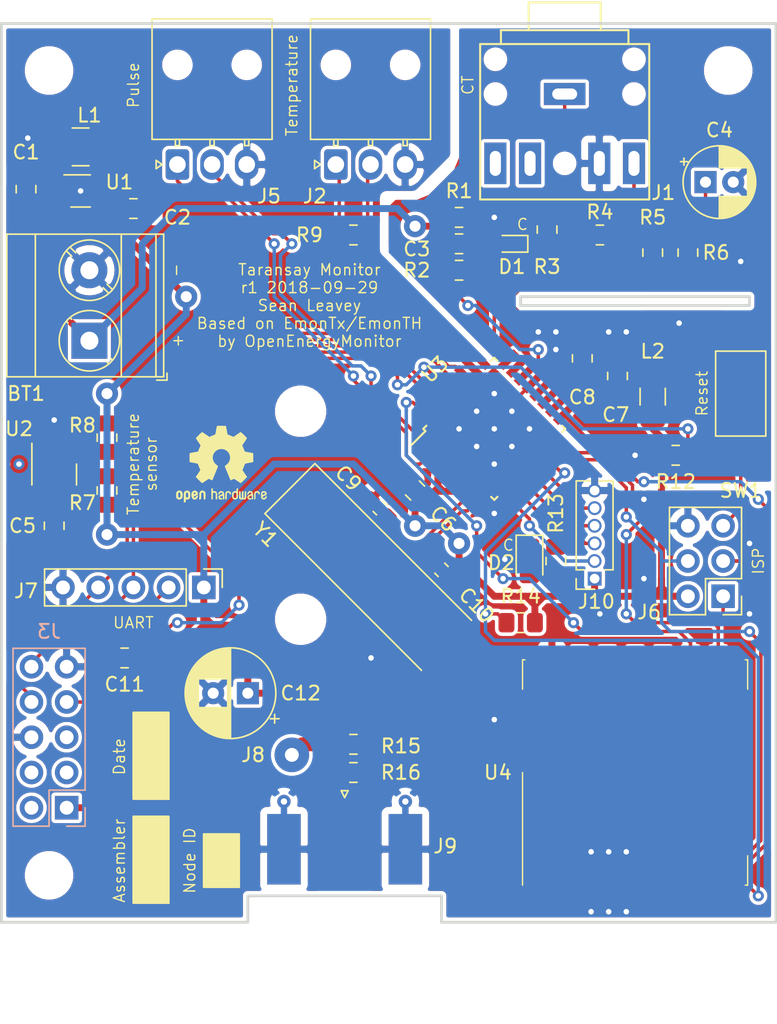
<source format=kicad_pcb>
(kicad_pcb (version 20171130) (host pcbnew 5.0.0-fee4fd1~65~ubuntu18.04.1)
  (layers (0 F.Cu signal) (31 B.Cu signal) (34 B.Paste user) (35 F.Paste user) (36 B.SilkS user) (37 F.SilkS user) (38 B.Mask user hide) (39 F.Mask user hide) (44 Edge.Cuts user))
  (net 0 "")
  (net 1 GND)
  (net 2 +BATT)
  (net 3 +3V3)
  (net 4 /Microcontroller/BATT_MON)
  (net 5 "Net-(C4-Pad1)")
  (net 6 "Net-(C8-Pad1)")
  (net 7 "Net-(C9-Pad2)")
  (net 8 "Net-(C10-Pad2)")
  (net 9 /Microcontroller/Reset)
  (net 10 "Net-(C11-Pad1)")
  (net 11 /Microcontroller/CT_SIGNAL)
  (net 12 "Net-(D2-Pad2)")
  (net 13 "Net-(J1-Pad3)")
  (net 14 "Net-(J1-Pad2)")
  (net 15 "Net-(J1-Pad1)")
  (net 16 /Microcontroller/DS_SIGNAL)
  (net 17 /Microcontroller/DS_POWER)
  (net 18 /Microcontroller/PULSE_POWER)
  (net 19 /Microcontroller/PULSE_IRQ)
  (net 20 /Microcontroller/MISO)
  (net 21 /Microcontroller/SCK)
  (net 22 /Microcontroller/MOSI)
  (net 23 /Microcontroller/TX)
  (net 24 /Microcontroller/RX)
  (net 25 "Net-(J8-Pad1)")
  (net 26 "Net-(J9-Pad1)")
  (net 27 "Net-(L1-Pad2)")
  (net 28 /Microcontroller/SCL)
  (net 29 /Microcontroller/SDA)
  (net 30 "Net-(R13-Pad2)")
  (net 31 /Microcontroller/RF_SS)
  (net 32 "Net-(R15-Pad2)")
  (net 33 "Net-(U2-Pad7)")
  (net 34 "Net-(U2-Pad3)")
  (net 35 "Net-(U2-Pad4)")
  (net 36 "Net-(U3-Pad19)")
  (net 37 /Microcontroller/RF_IRQ)
  (net 38 "Net-(U4-Pad4)")
  (net 39 "Net-(U4-Pad10)")
  (net 40 "Net-(U4-Pad11)")
  (net 41 "Net-(U4-Pad12)")
  (net 42 "Net-(U4-Pad13)")
  (net 43 +3.3VA)
  (net 44 "Net-(U3-Pad23)")
  (net 45 /Microcontroller/D5)
  (net 46 /Microcontroller/D7)
  (net 47 /Microcontroller/D8)
  (net 48 /Microcontroller/D9)
  (net 49 "Net-(J3-Pad3)")
  (net 50 "Net-(J3-Pad4)")
  (net 51 "Net-(J3-Pad2)")
  (net 52 "Net-(J3-Pad5)")
  (module Connector_Coaxial:SMA_Molex_73251-1153_EdgeMount_Horizontal (layer F.Cu) (at 109.855 93.345 90)
    (fp_text reference J9 (at -1.5 7.2644 180) (layer F.SilkS))
    (fp_text value "SMA antenna")
    (pad 2 smd rect (at 1.27 4.38 90) (size 0.95 0.46) (layers B.Cu) (net 1 GND))
    (pad 2 smd rect (at 1.27 -4.38 90) (size 0.95 0.46) (layers B.Cu) (net 1 GND))
    (pad 2 smd rect (at 1.27 4.38 90) (size 0.95 0.46) (layers F.Cu) (net 1 GND))
    (pad 2 smd rect (at 1.27 -4.38 90) (size 0.95 0.46) (layers F.Cu) (net 1 GND))
    (pad 2 thru_hole circle (at 1.72 4.38 90) (size 0.97 0.97) (drill 0.46) (layers *.Cu) (net 1 GND))
    (pad 2 thru_hole circle (at 1.72 -4.38 90) (size 0.97 0.97) (drill 0.46) (layers *.Cu) (net 1 GND))
    (pad 2 smd rect (at -1.72 4.38 90) (size 5.08 2.42) (layers B.Cu B.Paste B.Mask) (net 1 GND))
    (pad 2 smd rect (at -1.72 -4.38 90) (size 5.08 2.42) (layers B.Cu B.Paste B.Mask) (net 1 GND))
    (pad 2 smd rect (at -1.72 4.38 90) (size 5.08 2.42) (layers F.Cu F.Paste F.Mask) (net 1 GND))
    (pad 2 smd rect (at -1.72 -4.38 90) (size 5.08 2.42) (layers F.Cu F.Paste F.Mask) (net 1 GND))
    (pad 1 smd rect (at -1.72 0 90) (size 5.08 2.29) (layers F.Cu F.Paste F.Mask) (net 26 "Net-(J9-Pad1)"))
  )
  (module Connector_PinHeader_2.54mm:PinHeader_1x05_P2.54mm_Vertical (layer F.Cu) (at 99.695 76.2 270)
    (fp_text reference J7 (at 0.254 12.827) (layer F.SilkS))
    (fp_text value UART)
    (pad 1 thru_hole rect (at 0 0 270) (size 1.7 1.7) (drill 1) (layers *.Cu *.Mask) (net 3 +3V3))
    (pad 2 thru_hole oval (at 0 2.54 270) (size 1.7 1.7) (drill 1) (layers *.Cu *.Mask) (net 10 "Net-(C11-Pad1)"))
    (pad 3 thru_hole oval (at 0 5.08 270) (size 1.7 1.7) (drill 1) (layers *.Cu *.Mask) (net 23 /Microcontroller/TX))
    (pad 4 thru_hole oval (at 0 7.62 270) (size 1.7 1.7) (drill 1) (layers *.Cu *.Mask) (net 24 /Microcontroller/RX))
    (pad 5 thru_hole oval (at 0 10.16 270) (size 1.7 1.7) (drill 1) (layers *.Cu *.Mask) (net 1 GND))
  )
  (module Capacitor_SMD:C_0805_2012Metric_Pad1.15x1.40mm_HandSolder (layer F.Cu) (at 86.868 47.498 90)
    (fp_text reference C1 (at 2.667 0 -180) (layer F.SilkS))
    (fp_text value 1u)
    (pad 1 smd roundrect (at -1.025 0 90) (size 1.15 1.4) (layers F.Cu F.Paste F.Mask) (roundrect_rratio 0.217391) (net 2 +BATT))
    (pad 2 smd roundrect (at 1.025 0 90) (size 1.15 1.4) (layers F.Cu F.Paste F.Mask) (roundrect_rratio 0.217391) (net 1 GND))
  )
  (module Capacitor_SMD:C_0805_2012Metric_Pad1.15x1.40mm_HandSolder (layer F.Cu) (at 94.615 48.895)
    (fp_text reference C2 (at 3.175 0.635 -180) (layer F.SilkS))
    (fp_text value 22u)
    (pad 2 smd roundrect (at 1.025 0) (size 1.15 1.4) (layers F.Cu F.Paste F.Mask) (roundrect_rratio 0.217) (net 1 GND))
    (pad 1 smd roundrect (at -1.025 0) (size 1.15 1.4) (layers F.Cu F.Paste F.Mask) (roundrect_rratio 0.217391) (net 3 +3V3))
  )
  (module Capacitor_SMD:C_0805_2012Metric_Pad1.15x1.40mm_HandSolder (layer F.Cu) (at 118.11 51.435 180)
    (fp_text reference C3 (at 3.048 -0.381) (layer F.SilkS))
    (fp_text value NP)
    (pad 1 smd roundrect (at -1.025 0 180) (size 1.15 1.4) (layers F.Cu F.Paste F.Mask) (roundrect_rratio 0.217391) (net 4 /Microcontroller/BATT_MON))
    (pad 2 smd roundrect (at 1.025 0 180) (size 1.15 1.4) (layers F.Cu F.Paste F.Mask) (roundrect_rratio 0.217391) (net 1 GND))
  )
  (module Capacitor_THT:CP_Radial_D5.0mm_P2.00mm (layer F.Cu) (at 135.89 46.99)
    (fp_text reference C4 (at 1 -3.75) (layer F.SilkS))
    (fp_text value 10u)
    (pad 1 thru_hole rect (at 0 0) (size 1.6 1.6) (drill 0.8) (layers *.Cu *.Mask) (net 5 "Net-(C4-Pad1)"))
    (pad 2 thru_hole circle (at 2 0) (size 1.6 1.6) (drill 0.8) (layers *.Cu *.Mask) (net 1 GND))
  )
  (module Capacitor_SMD:C_0805_2012Metric_Pad1.15x1.40mm_HandSolder (layer F.Cu) (at 88.9 71.755 270)
    (fp_text reference C5 (at 0 2.286 180) (layer F.SilkS))
    (fp_text value 100n)
    (pad 2 smd roundrect (at 1.025 0 270) (size 1.15 1.4) (layers F.Cu F.Paste F.Mask) (roundrect_rratio 0.217391) (net 1 GND))
    (pad 1 smd roundrect (at -1.025 0 270) (size 1.15 1.4) (layers F.Cu F.Paste F.Mask) (roundrect_rratio 0.217391) (net 3 +3V3))
  )
  (module Capacitor_SMD:C_0805_2012Metric_Pad1.15x1.40mm_HandSolder (layer F.Cu) (at 114.935 69.215 135)
    (fp_text reference C6 (at -2.873682 0 135) (layer F.SilkS))
    (fp_text value 100n)
    (pad 2 smd roundrect (at 1.024999 0 135) (size 1.15 1.4) (layers F.Cu F.Paste F.Mask) (roundrect_rratio 0.217391) (net 1 GND))
    (pad 1 smd roundrect (at -1.024999 0 135) (size 1.15 1.4) (layers F.Cu F.Paste F.Mask) (roundrect_rratio 0.217391) (net 3 +3V3))
  )
  (module Capacitor_SMD:C_0805_2012Metric_Pad1.15x1.40mm_HandSolder (layer F.Cu) (at 129.54 60.96 90)
    (fp_text reference C7 (at -2.794 -0.127 180) (layer F.SilkS))
    (fp_text value 100n)
    (pad 1 smd roundrect (at -1.025 0 90) (size 1.15 1.4) (layers F.Cu F.Paste F.Mask) (roundrect_rratio 0.217391) (net 43 +3.3VA))
    (pad 2 smd roundrect (at 1.025 0 90) (size 1.15 1.4) (layers F.Cu F.Paste F.Mask) (roundrect_rratio 0.217391) (net 1 GND))
  )
  (module Capacitor_SMD:C_0805_2012Metric_Pad1.15x1.40mm_HandSolder (layer F.Cu) (at 127 59.69 90)
    (fp_text reference C8 (at -2.794 0 180) (layer F.SilkS))
    (fp_text value 100n)
    (pad 1 smd roundrect (at -1.025 0 90) (size 1.15 1.4) (layers F.Cu F.Paste F.Mask) (roundrect_rratio 0.217391) (net 6 "Net-(C8-Pad1)"))
    (pad 2 smd roundrect (at 1.025 0 90) (size 1.15 1.4) (layers F.Cu F.Paste F.Mask) (roundrect_rratio 0.217391) (net 1 GND))
  )
  (module Capacitor_SMD:C_0603_1608Metric_Pad1.05x0.95mm_HandSolder (layer F.Cu) (at 112.395 70.485 315)
    (fp_text reference C9 (at -3.14309 0.089803 135) (layer F.SilkS))
    (fp_text value 26p)
    (pad 2 smd roundrect (at 0.874999 0 315) (size 1.05 0.95) (layers F.Cu F.Paste F.Mask) (net 7 "Net-(C9-Pad2)"))
    (pad 1 smd roundrect (at -0.874999 0 315) (size 1.05 0.95) (layers F.Cu F.Paste F.Mask) (net 1 GND))
  )
  (module Capacitor_SMD:C_0603_1608Metric_Pad1.05x0.95mm_HandSolder (layer F.Cu) (at 116.84 74.93 135)
    (fp_text reference C10 (at -3.592102 0 135) (layer F.SilkS))
    (fp_text value 26p)
    (pad 1 smd roundrect (at -0.874999 0 135) (size 1.05 0.95) (layers F.Cu F.Paste F.Mask) (net 1 GND))
    (pad 2 smd roundrect (at 0.874999 0 135) (size 1.05 0.95) (layers F.Cu F.Paste F.Mask) (net 8 "Net-(C10-Pad2)"))
  )
  (module Capacitor_SMD:C_0805_2012Metric_Pad1.15x1.40mm_HandSolder (layer F.Cu) (at 93.98 81.28)
    (fp_text reference C11 (at 0 1.905) (layer F.SilkS))
    (fp_text value 100n)
    (pad 2 smd roundrect (at 1.025 0) (size 1.15 1.4) (layers F.Cu F.Paste F.Mask) (roundrect_rratio 0.217391) (net 9 /Microcontroller/Reset))
    (pad 1 smd roundrect (at -1.025 0) (size 1.15 1.4) (layers F.Cu F.Paste F.Mask) (roundrect_rratio 0.217391) (net 10 "Net-(C11-Pad1)"))
  )
  (module Capacitor_THT:CP_Radial_D6.3mm_P2.50mm (layer F.Cu) (at 102.87 83.82 180)
    (fp_text reference C12 (at -3.81 0 180) (layer F.SilkS))
    (fp_text value 68u)
    (pad 1 thru_hole rect (at 0 0 180) (size 1.6 1.6) (drill 0.8) (layers *.Cu *.Mask) (net 3 +3V3))
    (pad 2 thru_hole circle (at 2.5 0 180) (size 1.6 1.6) (drill 0.8) (layers *.Cu *.Mask) (net 1 GND))
  )
  (module Diode_SMD:D_SOD-523 (layer F.Cu) (at 121.92 51.435 180)
    (fp_text reference D1 (at 0 -1.651 180) (layer F.SilkS))
    (fp_text value ESD5Z3.3T1G)
    (pad 2 smd rect (at 0.7 0) (size 0.6 0.7) (layers F.Cu F.Paste F.Mask) (net 1 GND))
    (pad 1 smd rect (at -0.7 0) (size 0.6 0.7) (layers F.Cu F.Paste F.Mask) (net 11 /Microcontroller/CT_SIGNAL))
  )
  (module LED_SMD:LED_0805_2012Metric_Pad1.15x1.40mm_HandSolder (layer F.Cu) (at 123.19 74.295 270)
    (fp_text reference D2 (at 0.127 2.032) (layer F.SilkS))
    (fp_text value LED)
    (pad 1 smd roundrect (at -1.025 0 270) (size 1.15 1.4) (layers F.Cu F.Paste F.Mask) (roundrect_rratio 0.217391) (net 1 GND))
    (pad 2 smd roundrect (at 1.025 0 270) (size 1.15 1.4) (layers F.Cu F.Paste F.Mask) (roundrect_rratio 0.217391) (net 12 "Net-(D2-Pad2)"))
  )
  (module MountingHole:MountingHole_3mm (layer F.Cu) (at 88.53 96.945)
    (fp_text reference H1 hide)
    (fp_text value "Mount 1" hide)
    (pad 1 np_thru_hole circle (at 0 0) (size 3 3) (drill 3) (layers *.Cu *.Mask))
  )
  (module MountingHole:MountingHole_3mm (layer F.Cu) (at 137.53 38.945)
    (fp_text reference H2 hide)
    (fp_text value "Mount 2" hide)
    (pad 1 np_thru_hole circle (at 0 0) (size 3 3) (drill 3) (layers *.Cu *.Mask))
  )
  (module MountingHole:MountingHole_3mm (layer F.Cu) (at 88.53 38.945)
    (fp_text reference H3 hide)
    (fp_text value "Mount 3" hide)
    (pad 1 np_thru_hole circle (at 0 0) (size 3 3) (drill 3) (layers *.Cu *.Mask))
  )
  (module Connector_Audio:StereoJack_3.5mm_Switch_Cliff_JY039-5P_Horizontal (layer F.Cu) (at 125.73 40.64 270)
    (fp_text reference J1 (at 7.112 -7.112 180) (layer F.SilkS))
    (fp_text value CT)
    (pad "" np_thru_hole circle (at -2.5 -5 270) (size 1.2 1.2) (drill 1.2) (layers *.Cu *.Mask))
    (pad "" np_thru_hole circle (at 0 -5 270) (size 1.2 1.2) (drill 1.2) (layers *.Cu *.Mask))
    (pad "" np_thru_hole circle (at 5 0 270) (size 1.2 1.2) (drill 1.2) (layers *.Cu *.Mask))
    (pad 5 thru_hole rect (at 5 -5 270) (size 3 1.6) (drill oval 1.8 0.8) (layers *.Cu *.Mask) (net 5 "Net-(C4-Pad1)"))
    (pad 4 thru_hole rect (at 5 -2.5 270) (size 3 1.6) (drill oval 1.8 0.8) (layers *.Cu *.Mask) (net 1 GND))
    (pad 3 thru_hole rect (at 5 2.5 270) (size 3 1.6) (drill oval 1.8 0.8) (layers *.Cu *.Mask) (net 13 "Net-(J1-Pad3)"))
    (pad 2 thru_hole rect (at 5 5 270) (size 3 1.6) (drill oval 1.8 0.8) (layers *.Cu *.Mask) (net 14 "Net-(J1-Pad2)"))
    (pad 1 thru_hole rect (at 0 0) (size 3 1.6) (drill oval 1.8 0.8) (layers *.Cu *.Mask) (net 15 "Net-(J1-Pad1)"))
    (pad "" np_thru_hole circle (at -2.5 5 270) (size 1.2 1.2) (drill 1.2) (layers *.Cu *.Mask))
    (pad "" np_thru_hole circle (at 0 5 270) (size 1.2 1.2) (drill 1.2) (layers *.Cu *.Mask))
  )
  (module Connector_Molex:Molex_Nano-Fit_105313-xx03_1x03_P2.50mm_Horizontal (layer F.Cu) (at 109.22 45.72 90)
    (fp_text reference J2 (at -2.286 -1.524) (layer F.SilkS))
    (fp_text value T1)
    (pad "" np_thru_hole circle (at 7.18 5 90) (size 1.7 1.7) (drill 1.7) (layers *.Cu *.Mask))
    (pad "" np_thru_hole circle (at 7.18 0 90) (size 1.7 1.7) (drill 1.7) (layers *.Cu *.Mask))
    (pad 3 thru_hole oval (at 0 5 90) (size 2.2 1.7) (drill 1.2) (layers *.Cu *.Mask) (net 1 GND))
    (pad 2 thru_hole oval (at 0 2.5 90) (size 2.2 1.7) (drill 1.2) (layers *.Cu *.Mask) (net 16 /Microcontroller/DS_SIGNAL))
    (pad 1 thru_hole roundrect (at 0 0 90) (size 2.2 1.7) (drill 1.2) (layers *.Cu *.Mask) (roundrect_rratio 0.147059) (net 17 /Microcontroller/DS_POWER))
  )
  (module Connector_Molex:Molex_Nano-Fit_105313-xx03_1x03_P2.50mm_Horizontal (layer F.Cu) (at 97.79 45.72 90)
    (fp_text reference J5 (at -2.286 6.604) (layer F.SilkS))
    (fp_text value Pulse)
    (pad 1 thru_hole roundrect (at 0 0 90) (size 2.2 1.7) (drill 1.2) (layers *.Cu *.Mask) (roundrect_rratio 0.147059) (net 18 /Microcontroller/PULSE_POWER))
    (pad 2 thru_hole oval (at 0 2.5 90) (size 2.2 1.7) (drill 1.2) (layers *.Cu *.Mask) (net 19 /Microcontroller/PULSE_IRQ))
    (pad 3 thru_hole oval (at 0 5 90) (size 2.2 1.7) (drill 1.2) (layers *.Cu *.Mask) (net 1 GND))
    (pad "" np_thru_hole circle (at 7.18 0 90) (size 1.7 1.7) (drill 1.7) (layers *.Cu *.Mask))
    (pad "" np_thru_hole circle (at 7.18 5 90) (size 1.7 1.7) (drill 1.7) (layers *.Cu *.Mask))
  )
  (module Connector_PinHeader_2.54mm:PinHeader_2x03_P2.54mm_Vertical (layer F.Cu) (at 137.16 76.835 180)
    (fp_text reference J6 (at 5.334 -1.143) (layer F.SilkS))
    (fp_text value ISP)
    (pad 1 thru_hole rect (at 0 0 180) (size 1.7 1.7) (drill 1) (layers *.Cu *.Mask) (net 20 /Microcontroller/MISO))
    (pad 2 thru_hole oval (at 2.54 0 180) (size 1.7 1.7) (drill 1) (layers *.Cu *.Mask) (net 3 +3V3))
    (pad 3 thru_hole oval (at 0 2.54 180) (size 1.7 1.7) (drill 1) (layers *.Cu *.Mask) (net 21 /Microcontroller/SCK))
    (pad 4 thru_hole oval (at 2.54 2.54 180) (size 1.7 1.7) (drill 1) (layers *.Cu *.Mask) (net 22 /Microcontroller/MOSI))
    (pad 5 thru_hole oval (at 0 5.08 180) (size 1.7 1.7) (drill 1) (layers *.Cu *.Mask) (net 9 /Microcontroller/Reset))
    (pad 6 thru_hole oval (at 2.54 5.08 180) (size 1.7 1.7) (drill 1) (layers *.Cu *.Mask) (net 1 GND))
  )
  (module Connector_Wire:SolderWirePad_1x01_Drill1mm (layer F.Cu) (at 106.045 88.265)
    (fp_text reference J8 (at -2.794 0) (layer F.SilkS))
    (fp_text value "Whip antenna")
    (pad 1 thru_hole circle (at 0 0) (size 2.49936 2.49936) (drill 1.00076) (layers *.Cu *.Mask) (net 25 "Net-(J8-Pad1)"))
  )
  (module Inductor_SMD:L_1210_3225Metric_Pad1.42x2.65mm_HandSolder (layer F.Cu) (at 90.805 44.45)
    (fp_text reference L1 (at 0.635 -2.28) (layer F.SilkS))
    (fp_text value 10u)
    (pad 1 smd roundrect (at -1.4875 0) (size 1.425 2.65) (layers F.Cu F.Paste F.Mask) (roundrect_rratio 0.175439) (net 2 +BATT))
    (pad 2 smd roundrect (at 1.4875 0) (size 1.425 2.65) (layers F.Cu F.Paste F.Mask) (roundrect_rratio 0.175439) (net 27 "Net-(L1-Pad2)"))
  )
  (module Inductor_SMD:L_1206_3216Metric_Pad1.42x1.75mm_HandSolder (layer F.Cu) (at 132.08 62.4475 270)
    (fp_text reference L2 (at -3.2655 0) (layer F.SilkS))
    (fp_text value 10u)
    (pad 1 smd roundrect (at -1.4875 0 270) (size 1.425 1.75) (layers F.Cu F.Paste F.Mask) (roundrect_rratio 0.175439) (net 43 +3.3VA))
    (pad 2 smd roundrect (at 1.4875 0 270) (size 1.425 1.75) (layers F.Cu F.Paste F.Mask) (roundrect_rratio 0.175439) (net 3 +3V3))
  )
  (module Resistor_SMD:R_0805_2012Metric_Pad1.15x1.40mm_HandSolder (layer F.Cu) (at 118.11 49.53)
    (fp_text reference R1 (at 0 -1.905 180) (layer F.SilkS))
    (fp_text value 470k)
    (pad 1 smd roundrect (at -1.025 0) (size 1.15 1.4) (layers F.Cu F.Paste F.Mask) (roundrect_rratio 0.217391) (net 2 +BATT))
    (pad 2 smd roundrect (at 1.025 0) (size 1.15 1.4) (layers F.Cu F.Paste F.Mask) (roundrect_rratio 0.217391) (net 4 /Microcontroller/BATT_MON))
  )
  (module Resistor_SMD:R_0805_2012Metric_Pad1.15x1.40mm_HandSolder (layer F.Cu) (at 118.11 53.34 180)
    (fp_text reference R2 (at 3.048 0) (layer F.SilkS))
    (fp_text value 470k)
    (pad 2 smd roundrect (at 1.025 0 180) (size 1.15 1.4) (layers F.Cu F.Paste F.Mask) (roundrect_rratio 0.217391) (net 1 GND))
    (pad 1 smd roundrect (at -1.025 0 180) (size 1.15 1.4) (layers F.Cu F.Paste F.Mask) (roundrect_rratio 0.217391) (net 4 /Microcontroller/BATT_MON))
  )
  (module Resistor_SMD:R_0805_2012Metric_Pad1.15x1.40mm_HandSolder (layer F.Cu) (at 124.46 50.41 90)
    (fp_text reference R3 (at -2.676 0 180) (layer F.SilkS))
    (fp_text value 1k)
    (pad 1 smd roundrect (at -1.025 0 90) (size 1.15 1.4) (layers F.Cu F.Paste F.Mask) (roundrect_rratio 0.217391) (net 11 /Microcontroller/CT_SIGNAL))
    (pad 2 smd roundrect (at 1.025 0 90) (size 1.15 1.4) (layers F.Cu F.Paste F.Mask) (roundrect_rratio 0.217391) (net 15 "Net-(J1-Pad1)"))
  )
  (module Resistor_SMD:R_0805_2012Metric_Pad1.15x1.40mm_HandSolder (layer F.Cu) (at 128.27 50.8)
    (fp_text reference R4 (at 0 -1.65) (layer F.SilkS))
    (fp_text value 22R/0.1%)
    (pad 2 smd roundrect (at 1.025 0) (size 1.15 1.4) (layers F.Cu F.Paste F.Mask) (roundrect_rratio 0.217391) (net 5 "Net-(C4-Pad1)"))
    (pad 1 smd roundrect (at -1.025 0) (size 1.15 1.4) (layers F.Cu F.Paste F.Mask) (roundrect_rratio 0.217391) (net 15 "Net-(J1-Pad1)"))
  )
  (module Resistor_SMD:R_0805_2012Metric_Pad1.15x1.40mm_HandSolder (layer F.Cu) (at 132.08 52.07 90)
    (fp_text reference R5 (at 2.54 0 180) (layer F.SilkS))
    (fp_text value 470k/0.1%)
    (pad 1 smd roundrect (at -1.025 0 90) (size 1.15 1.4) (layers F.Cu F.Paste F.Mask) (roundrect_rratio 0.217391) (net 43 +3.3VA))
    (pad 2 smd roundrect (at 1.025 0 90) (size 1.15 1.4) (layers F.Cu F.Paste F.Mask) (roundrect_rratio 0.217391) (net 5 "Net-(C4-Pad1)"))
  )
  (module Resistor_SMD:R_0805_2012Metric_Pad1.15x1.40mm_HandSolder (layer F.Cu) (at 134.62 52.07 270)
    (fp_text reference R6 (at 0 -2.032) (layer F.SilkS))
    (fp_text value 470k/0.1%)
    (pad 2 smd roundrect (at 1.025 0 270) (size 1.15 1.4) (layers F.Cu F.Paste F.Mask) (roundrect_rratio 0.217391) (net 1 GND))
    (pad 1 smd roundrect (at -1.025 0 270) (size 1.15 1.4) (layers F.Cu F.Paste F.Mask) (roundrect_rratio 0.217391) (net 5 "Net-(C4-Pad1)"))
  )
  (module Resistor_SMD:R_0805_2012Metric_Pad1.15x1.40mm_HandSolder (layer F.Cu) (at 92.71 69.215 90)
    (fp_text reference R7 (at -0.889 -1.778 180) (layer F.SilkS))
    (fp_text value 4k7)
    (pad 1 smd roundrect (at -1.025 0 90) (size 1.15 1.4) (layers F.Cu F.Paste F.Mask) (roundrect_rratio 0.217391) (net 3 +3V3))
    (pad 2 smd roundrect (at 1.025 0 90) (size 1.15 1.4) (layers F.Cu F.Paste F.Mask) (roundrect_rratio 0.217391) (net 28 /Microcontroller/SCL))
  )
  (module Resistor_SMD:R_0805_2012Metric_Pad1.15x1.40mm_HandSolder (layer F.Cu) (at 92.71 65.405 270)
    (fp_text reference R8 (at -0.889 1.778) (layer F.SilkS))
    (fp_text value 4k7)
    (pad 2 smd roundrect (at 1.025 0 270) (size 1.15 1.4) (layers F.Cu F.Paste F.Mask) (roundrect_rratio 0.217391) (net 29 /Microcontroller/SDA))
    (pad 1 smd roundrect (at -1.025 0 270) (size 1.15 1.4) (layers F.Cu F.Paste F.Mask) (roundrect_rratio 0.217391) (net 3 +3V3))
  )
  (module Resistor_SMD:R_0805_2012Metric_Pad1.15x1.40mm_HandSolder (layer F.Cu) (at 110.49 50.8)
    (fp_text reference R9 (at -3.175 0) (layer F.SilkS))
    (fp_text value 4k7)
    (pad 1 smd roundrect (at -1.025 0) (size 1.15 1.4) (layers F.Cu F.Paste F.Mask) (roundrect_rratio 0.217391) (net 17 /Microcontroller/DS_POWER))
    (pad 2 smd roundrect (at 1.025 0) (size 1.15 1.4) (layers F.Cu F.Paste F.Mask) (roundrect_rratio 0.217391) (net 16 /Microcontroller/DS_SIGNAL))
  )
  (module Resistor_SMD:R_0805_2012Metric_Pad1.15x1.40mm_HandSolder (layer F.Cu) (at 133.74 66.675)
    (fp_text reference R12 (at 0 1.905) (layer F.SilkS))
    (fp_text value 10k)
    (pad 1 smd roundrect (at -1.025 0) (size 1.15 1.4) (layers F.Cu F.Paste F.Mask) (roundrect_rratio 0.217391) (net 3 +3V3))
    (pad 2 smd roundrect (at 1.025 0) (size 1.15 1.4) (layers F.Cu F.Paste F.Mask) (roundrect_rratio 0.217391) (net 9 /Microcontroller/Reset))
  )
  (module Resistor_SMD:R_0805_2012Metric_Pad1.15x1.40mm_HandSolder (layer F.Cu) (at 125.095 74.295 90)
    (fp_text reference R13 (at 3.429 0 90) (layer F.SilkS))
    (fp_text value 1k)
    (pad 2 smd roundrect (at 1.025 0 90) (size 1.15 1.4) (layers F.Cu F.Paste F.Mask) (roundrect_rratio 0.217391) (net 30 "Net-(R13-Pad2)"))
    (pad 1 smd roundrect (at -1.025 0 90) (size 1.15 1.4) (layers F.Cu F.Paste F.Mask) (roundrect_rratio 0.217391) (net 12 "Net-(D2-Pad2)"))
  )
  (module Resistor_SMD:R_0805_2012Metric_Pad1.15x1.40mm_HandSolder (layer F.Cu) (at 122.555 78.74 180)
    (fp_text reference R14 (at 0 1.905 180) (layer F.SilkS))
    (fp_text value 100k)
    (pad 2 smd roundrect (at 1.025 0 180) (size 1.15 1.4) (layers F.Cu F.Paste F.Mask) (roundrect_rratio 0.217391) (net 31 /Microcontroller/RF_SS))
    (pad 1 smd roundrect (at -1.025 0 180) (size 1.15 1.4) (layers F.Cu F.Paste F.Mask) (roundrect_rratio 0.217391) (net 3 +3V3))
  )
  (module Resistor_SMD:R_0805_2012Metric_Pad1.15x1.40mm_HandSolder (layer F.Cu) (at 110.49 87.503)
    (fp_text reference R15 (at 3.429 0.127) (layer F.SilkS))
    (fp_text value 0R)
    (pad 1 smd roundrect (at -1.025 0) (size 1.15 1.4) (layers F.Cu F.Paste F.Mask) (roundrect_rratio 0.217391) (net 25 "Net-(J8-Pad1)"))
    (pad 2 smd roundrect (at 1.025 0) (size 1.15 1.4) (layers F.Cu F.Paste F.Mask) (roundrect_rratio 0.217391) (net 32 "Net-(R15-Pad2)"))
  )
  (module Resistor_SMD:R_0805_2012Metric_Pad1.15x1.40mm_HandSolder (layer F.Cu) (at 110.49 89.535)
    (fp_text reference R16 (at 3.429 0 180) (layer F.SilkS))
    (fp_text value 0R)
    (pad 2 smd roundrect (at 1.025 0) (size 1.15 1.4) (layers F.Cu F.Paste F.Mask) (roundrect_rratio 0.217391) (net 32 "Net-(R15-Pad2)"))
    (pad 1 smd roundrect (at -1.025 0) (size 1.15 1.4) (layers F.Cu F.Paste F.Mask) (roundrect_rratio 0.217391) (net 26 "Net-(J9-Pad1)"))
  )
  (module Button_Switch_SMD:SW_SPST_FSMSM (layer F.Cu) (at 138.43 62.23 90)
    (fp_text reference SW1 (at -6.985 0 180) (layer F.SilkS))
    (fp_text value Reset)
    (pad 1 smd rect (at -4.59 0 90) (size 2.18 1.6) (layers F.Cu F.Paste F.Mask) (net 9 /Microcontroller/Reset))
    (pad 2 smd rect (at 4.59 0 90) (size 2.18 1.6) (layers F.Cu F.Paste F.Mask) (net 1 GND))
  )
  (module Package_TO_SOT_SMD:SOT-363_SC-70-6 (layer F.Cu) (at 90.805 47.625)
    (fp_text reference U1 (at 2.794 -0.635) (layer F.SilkS))
    (fp_text value LTC3525-3.3)
    (pad 1 smd rect (at -0.95 -0.65) (size 0.65 0.4) (layers F.Cu F.Paste F.Mask) (net 2 +BATT))
    (pad 3 smd rect (at -0.95 0.65) (size 0.65 0.4) (layers F.Cu F.Paste F.Mask) (net 2 +BATT))
    (pad 5 smd rect (at 0.95 0) (size 0.65 0.4) (layers F.Cu F.Paste F.Mask) (net 1 GND))
    (pad 2 smd rect (at -0.95 0) (size 0.65 0.4) (layers F.Cu F.Paste F.Mask) (net 1 GND))
    (pad 4 smd rect (at 0.95 0.65) (size 0.65 0.4) (layers F.Cu F.Paste F.Mask) (net 3 +3V3))
    (pad 6 smd rect (at 0.95 -0.65) (size 0.65 0.4) (layers F.Cu F.Paste F.Mask) (net 27 "Net-(L1-Pad2)"))
  )
  (module Package_DFN_QFN:DFN-6-1EP_3x3mm_P1mm_EP1.5x2.4mm (layer F.Cu) (at 88.9 67.31 270)
    (fp_text reference U2 (at -2.54 2.54) (layer F.SilkS))
    (fp_text value Si7020-A20)
    (pad 7 smd roundrect (at 0 0 270) (size 1.5 2.4) (layers F.Cu F.Mask) (roundrect_rratio 0.166667) (net 33 "Net-(U2-Pad7)"))
    (pad 1 smd roundrect (at -1.45 -1 270) (size 0.8 0.4) (layers F.Cu F.Paste F.Mask) (net 29 /Microcontroller/SDA))
    (pad 2 smd roundrect (at -1.45 0 270) (size 0.8 0.4) (layers F.Cu F.Paste F.Mask) (net 1 GND))
    (pad 3 smd roundrect (at -1.45 1 270) (size 0.8 0.4) (layers F.Cu F.Paste F.Mask) (net 34 "Net-(U2-Pad3)"))
    (pad 4 smd roundrect (at 1.45 1 270) (size 0.8 0.4) (layers F.Cu F.Paste F.Mask) (net 35 "Net-(U2-Pad4)"))
    (pad 5 smd roundrect (at 1.45 0 270) (size 0.8 0.4) (layers F.Cu F.Paste F.Mask) (net 3 +3V3))
    (pad 6 smd roundrect (at 1.45 -1 270) (size 0.8 0.4) (layers F.Cu F.Paste F.Mask) (net 28 /Microcontroller/SCL))
  )
  (module Package_QFP:TQFP-32_7x7mm_P0.8mm (layer F.Cu) (at 120.65 64.77 45)
    (fp_text reference U3 (at 0 -6.05 45) (layer F.SilkS))
    (fp_text value ATmega328P-AU)
    (pad 1 smd rect (at -4.25 -2.8 45) (size 1.6 0.55) (layers F.Cu F.Paste F.Mask) (net 19 /Microcontroller/PULSE_IRQ))
    (pad 2 smd rect (at -4.25 -2 45) (size 1.6 0.55) (layers F.Cu F.Paste F.Mask) (net 18 /Microcontroller/PULSE_POWER))
    (pad 3 smd rect (at -4.25 -1.2 45) (size 1.6 0.55) (layers F.Cu F.Paste F.Mask) (net 1 GND))
    (pad 4 smd rect (at -4.25 -0.4 45) (size 1.6 0.55) (layers F.Cu F.Paste F.Mask) (net 3 +3V3))
    (pad 5 smd rect (at -4.25 0.4 45) (size 1.6 0.55) (layers F.Cu F.Paste F.Mask) (net 1 GND))
    (pad 6 smd rect (at -4.25 1.2 45) (size 1.6 0.55) (layers F.Cu F.Paste F.Mask) (net 3 +3V3))
    (pad 7 smd rect (at -4.25 2 45) (size 1.6 0.55) (layers F.Cu F.Paste F.Mask) (net 7 "Net-(C9-Pad2)"))
    (pad 8 smd rect (at -4.25 2.8 45) (size 1.6 0.55) (layers F.Cu F.Paste F.Mask) (net 8 "Net-(C10-Pad2)"))
    (pad 9 smd rect (at -2.8 4.25 135) (size 1.6 0.55) (layers F.Cu F.Paste F.Mask) (net 45 /Microcontroller/D5))
    (pad 10 smd rect (at -2 4.25 135) (size 1.6 0.55) (layers F.Cu F.Paste F.Mask) (net 30 "Net-(R13-Pad2)"))
    (pad 11 smd rect (at -1.2 4.25 135) (size 1.6 0.55) (layers F.Cu F.Paste F.Mask) (net 46 /Microcontroller/D7))
    (pad 12 smd rect (at -0.4 4.25 135) (size 1.6 0.55) (layers F.Cu F.Paste F.Mask) (net 47 /Microcontroller/D8))
    (pad 13 smd rect (at 0.4 4.25 135) (size 1.6 0.55) (layers F.Cu F.Paste F.Mask) (net 48 /Microcontroller/D9))
    (pad 14 smd rect (at 1.2 4.25 135) (size 1.6 0.55) (layers F.Cu F.Paste F.Mask) (net 31 /Microcontroller/RF_SS))
    (pad 15 smd rect (at 2 4.25 135) (size 1.6 0.55) (layers F.Cu F.Paste F.Mask) (net 22 /Microcontroller/MOSI))
    (pad 16 smd rect (at 2.8 4.25 135) (size 1.6 0.55) (layers F.Cu F.Paste F.Mask) (net 20 /Microcontroller/MISO))
    (pad 17 smd rect (at 4.25 2.8 45) (size 1.6 0.55) (layers F.Cu F.Paste F.Mask) (net 21 /Microcontroller/SCK))
    (pad 18 smd rect (at 4.25 2 45) (size 1.6 0.55) (layers F.Cu F.Paste F.Mask) (net 43 +3.3VA))
    (pad 19 smd rect (at 4.25 1.2 45) (size 1.6 0.55) (layers F.Cu F.Paste F.Mask) (net 36 "Net-(U3-Pad19)"))
    (pad 20 smd rect (at 4.25 0.4 45) (size 1.6 0.55) (layers F.Cu F.Paste F.Mask) (net 6 "Net-(C8-Pad1)"))
    (pad 21 smd rect (at 4.25 -0.4 45) (size 1.6 0.55) (layers F.Cu F.Paste F.Mask) (net 1 GND))
    (pad 22 smd rect (at 4.25 -1.2 45) (size 1.6 0.55) (layers F.Cu F.Paste F.Mask) (net 4 /Microcontroller/BATT_MON))
    (pad 23 smd rect (at 4.25 -2 45) (size 1.6 0.55) (layers F.Cu F.Paste F.Mask) (net 44 "Net-(U3-Pad23)"))
    (pad 24 smd rect (at 4.25 -2.8 45) (size 1.6 0.55) (layers F.Cu F.Paste F.Mask) (net 11 /Microcontroller/CT_SIGNAL))
    (pad 25 smd rect (at 2.8 -4.25 135) (size 1.6 0.55) (layers F.Cu F.Paste F.Mask) (net 16 /Microcontroller/DS_SIGNAL))
    (pad 26 smd rect (at 2 -4.25 135) (size 1.6 0.55) (layers F.Cu F.Paste F.Mask) (net 17 /Microcontroller/DS_POWER))
    (pad 27 smd rect (at 1.2 -4.25 135) (size 1.6 0.55) (layers F.Cu F.Paste F.Mask) (net 29 /Microcontroller/SDA))
    (pad 28 smd rect (at 0.4 -4.25 135) (size 1.6 0.55) (layers F.Cu F.Paste F.Mask) (net 28 /Microcontroller/SCL))
    (pad 29 smd rect (at -0.4 -4.25 135) (size 1.6 0.55) (layers F.Cu F.Paste F.Mask) (net 9 /Microcontroller/Reset))
    (pad 30 smd rect (at -1.2 -4.25 135) (size 1.6 0.55) (layers F.Cu F.Paste F.Mask) (net 24 /Microcontroller/RX))
    (pad 31 smd rect (at -2 -4.25 135) (size 1.6 0.55) (layers F.Cu F.Paste F.Mask) (net 23 /Microcontroller/TX))
    (pad 32 smd rect (at -2.8 -4.25 135) (size 1.6 0.55) (layers F.Cu F.Paste F.Mask) (net 37 /Microcontroller/RF_IRQ))
  )
  (module RF_Module:HOPERF_RFM69CW (layer F.Cu) (at 130.81 89.535 90)
    (fp_text reference U4 (at 0 -9.906) (layer F.SilkS))
    (fp_text value RFM69CW)
    (pad 1 smd rect (at -8 -6 90) (size 2 1) (layers F.Cu F.Paste F.Mask) (net 32 "Net-(R15-Pad2)"))
    (pad 2 smd rect (at -8 -4 90) (size 2 1) (layers F.Cu F.Paste F.Mask) (net 3 +3V3))
    (pad 3 smd rect (at -8 -2 90) (size 2 1) (layers F.Cu F.Paste F.Mask) (net 1 GND))
    (pad 4 smd rect (at -8 0 90) (size 2 1) (layers F.Cu F.Paste F.Mask) (net 38 "Net-(U4-Pad4)"))
    (pad 5 smd rect (at -8 2 90) (size 2 1) (layers F.Cu F.Paste F.Mask) (net 22 /Microcontroller/MOSI))
    (pad 6 smd rect (at -8 4 90) (size 2 1) (layers F.Cu F.Paste F.Mask) (net 21 /Microcontroller/SCK))
    (pad 7 smd rect (at -8 6 90) (size 2 1) (layers F.Cu F.Paste F.Mask) (net 31 /Microcontroller/RF_SS))
    (pad 8 smd rect (at 8 6 90) (size 2 1) (layers F.Cu F.Paste F.Mask) (net 20 /Microcontroller/MISO))
    (pad 9 smd rect (at 8 4 90) (size 2 1) (layers F.Cu F.Paste F.Mask) (net 37 /Microcontroller/RF_IRQ))
    (pad 10 smd rect (at 8 2 90) (size 2 1) (layers F.Cu F.Paste F.Mask) (net 39 "Net-(U4-Pad10)"))
    (pad 11 smd rect (at 8 0 90) (size 2 1) (layers F.Cu F.Paste F.Mask) (net 40 "Net-(U4-Pad11)"))
    (pad 12 smd rect (at 8 -2 90) (size 2 1) (layers F.Cu F.Paste F.Mask) (net 41 "Net-(U4-Pad12)"))
    (pad 13 smd rect (at 8 -4 90) (size 2 1) (layers F.Cu F.Paste F.Mask) (net 42 "Net-(U4-Pad13)"))
    (pad 14 smd rect (at 8 -6 90) (size 2 1) (layers F.Cu F.Paste F.Mask) (net 1 GND))
  )
  (module Crystal:Crystal_SMD_HC49-SD_HandSoldering (layer F.Cu) (at 113.03 76.2 315)
    (fp_text reference Y1 (at -8.980256 3.592102 135) (layer F.SilkS))
    (fp_text value 16MHz)
    (pad 1 smd rect (at -5.937501 0 315) (size 7.875 2) (layers F.Cu F.Paste F.Mask) (net 7 "Net-(C9-Pad2)"))
    (pad 2 smd rect (at 5.937501 0 315) (size 7.875 2) (layers F.Cu F.Paste F.Mask) (net 8 "Net-(C10-Pad2)"))
  )
  (module Symbol:OSHW-Logo2_7.3x6mm_SilkScreen (layer F.Cu) (at 100.965 67.31)
    (fp_text reference LOGO1 hide)
    (fp_text value Logo hide)
  )
  (module Connector_PinSocket_2.54mm:PinSocket_2x05_P2.54mm_Vertical (layer B.Cu) (at 89.8 92.075)
    (fp_text reference J3 (at -1.27 -12.7) (layer B.SilkS) (effects (justify mirror)))
    (fp_text value "RPi Interconnect")
    (pad 1 thru_hole rect (at 0 0) (size 1.7 1.7) (drill 1) (layers *.Cu *.Mask) (net 3 +3V3))
    (pad 2 thru_hole oval (at -2.54 0) (size 1.7 1.7) (drill 1) (layers *.Cu *.Mask) (net 51 "Net-(J3-Pad2)"))
    (pad 3 thru_hole oval (at 0 -2.54) (size 1.7 1.7) (drill 1) (layers *.Cu *.Mask) (net 49 "Net-(J3-Pad3)"))
    (pad 4 thru_hole oval (at -2.54 -2.54) (size 1.7 1.7) (drill 1) (layers *.Cu *.Mask) (net 50 "Net-(J3-Pad4)"))
    (pad 5 thru_hole oval (at 0 -5.08) (size 1.7 1.7) (drill 1) (layers *.Cu *.Mask) (net 52 "Net-(J3-Pad5)"))
    (pad 6 thru_hole oval (at -2.54 -5.08) (size 1.7 1.7) (drill 1) (layers *.Cu *.Mask) (net 1 GND))
    (pad 7 thru_hole oval (at 0 -7.62) (size 1.7 1.7) (drill 1) (layers *.Cu *.Mask) (net 9 /Microcontroller/Reset))
    (pad 8 thru_hole oval (at -2.54 -7.62) (size 1.7 1.7) (drill 1) (layers *.Cu *.Mask) (net 24 /Microcontroller/RX))
    (pad 9 thru_hole oval (at 0 -10.16) (size 1.7 1.7) (drill 1) (layers *.Cu *.Mask) (net 1 GND))
    (pad 10 thru_hole oval (at -2.54 -10.16) (size 1.7 1.7) (drill 1) (layers *.Cu *.Mask) (net 23 /Microcontroller/TX))
  )
  (module TerminalBlock_Phoenix:TerminalBlock_Phoenix_MKDS-3-2-5.08_1x02_P5.08mm_Horizontal (layer F.Cu) (at 91.44 58.42 90)
    (fp_text reference BT1 (at -3.81 -4.572 -180) (layer F.SilkS))
    (fp_text value Battery)
    (pad 1 thru_hole rect (at 0 0 90) (size 2.6 2.6) (drill 1.3) (layers *.Cu *.Mask) (net 2 +BATT))
    (pad 2 thru_hole circle (at 5.08 0 90) (size 2.6 2.6) (drill 1.3) (layers *.Cu *.Mask) (net 1 GND))
  )
  (module MountingHole:MountingHole_3.2mm_M3 (layer F.Cu) (at 106.68 63.5)
    (fp_text reference H5 hide)
    (fp_text value "Battery Mount 1" hide)
    (pad 1 np_thru_hole circle (at 0 0) (size 3.2 3.2) (drill 3.2) (layers *.Cu *.Mask))
  )
  (module MountingHole:MountingHole_3.2mm_M3 (layer F.Cu) (at 106.68 78.49)
    (fp_text reference H6 hide)
    (fp_text value "Battery Mount 2" hide)
    (pad 1 np_thru_hole circle (at 0 0) (size 3.2 3.2) (drill 3.2) (layers *.Cu *.Mask))
  )
  (module Connector_PinSocket_1.27mm:PinSocket_1x06_P1.27mm_Vertical (layer F.Cu) (at 127.889 75.565 180)
    (fp_text reference J10 (at -0.127 -1.651) (layer F.SilkS))
    (fp_text value Spare)
    (pad 1 thru_hole rect (at 0 0 180) (size 1 1) (drill 0.7) (layers *.Cu *.Mask) (net 3 +3V3))
    (pad 2 thru_hole oval (at 0 1.27 180) (size 1 1) (drill 0.7) (layers *.Cu *.Mask) (net 45 /Microcontroller/D5))
    (pad 3 thru_hole oval (at 0 2.54 180) (size 1 1) (drill 0.7) (layers *.Cu *.Mask) (net 46 /Microcontroller/D7))
    (pad 4 thru_hole oval (at 0 3.81 180) (size 1 1) (drill 0.7) (layers *.Cu *.Mask) (net 47 /Microcontroller/D8))
    (pad 5 thru_hole oval (at 0 5.08 180) (size 1 1) (drill 0.7) (layers *.Cu *.Mask) (net 48 /Microcontroller/D9))
    (pad 6 thru_hole oval (at 0 6.35 180) (size 1 1) (drill 0.7) (layers *.Cu *.Mask) (net 1 GND))
  )
  (gr_line (start 139.065 55.245) (end 139.065 55.88) (layer Edge.Cuts) (width 0.2))
  (gr_line (start 122.555 55.88) (end 122.555 55.245) (layer Edge.Cuts) (width 0.2))
  (gr_line (start 122.555 55.88) (end 139.065 55.88) (layer Edge.Cuts) (width 0.2))
  (gr_text + (at 97.79 58.42 90) (layer F.SilkS) (effects (font (size 0.8 0.8) (thickness 0.1))))
  (gr_text - (at 97.79 53.34 270) (layer F.SilkS) (effects (font (size 0.8 0.8) (thickness 0.1))))
  (gr_line (start 122.555 55.245) (end 139.065 55.245) (layer Edge.Cuts) (width 0.2))
  (gr_text Date (at 93.599 88.392 90) (layer F.SilkS) (effects (font (size 0.8 0.8) (thickness 0.1))))
  (gr_poly (pts (xy 94.615 91.44) (xy 94.615 85.217) (xy 97.155 85.217) (xy 97.155 91.44)) (layer F.SilkS) (width 0.15))
  (gr_poly (pts (xy 94.615 98.933) (xy 94.615 92.71) (xy 97.155 92.71) (xy 97.155 98.933)) (layer F.SilkS) (width 0.15))
  (gr_text Assembler (at 93.599 95.885 90) (layer F.SilkS) (effects (font (size 0.8 0.8) (thickness 0.1))))
  (gr_text "Node ID" (at 98.679 95.885 90) (layer F.SilkS) (effects (font (size 0.8 0.8) (thickness 0.1))))
  (gr_poly (pts (xy 99.695 97.79) (xy 99.695 93.98) (xy 102.235 93.98) (xy 102.235 97.79)) (layer F.SilkS) (width 0.15))
  (gr_text "Taransay Monitor\nr1 2018-09-29\nSean Leavey\nBased on EmonTx/EmonTH\nby OpenEnergyMonitor" (at 107.315 55.88) (layer F.SilkS) (effects (font (size 0.8 0.8) (thickness 0.1))))
  (gr_text Reset (at 135.636 62.23 90) (layer F.SilkS) (effects (font (size 0.8 0.8) (thickness 0.1))))
  (gr_text "Temperature\nsensor" (at 95.25 67.31 90) (layer F.SilkS) (effects (font (size 0.8 0.8) (thickness 0.1))))
  (gr_text CT (at 118.745 40.005 90) (layer F.SilkS) (effects (font (size 0.8 0.8) (thickness 0.1))))
  (gr_text Pulse (at 94.615 40.005 90) (layer F.SilkS) (effects (font (size 0.8 0.8) (thickness 0.1))))
  (gr_text Temperature (at 106.045 40.005 90) (layer F.SilkS) (effects (font (size 0.8 0.8) (thickness 0.1))))
  (gr_text UART (at 94.615 78.74) (layer F.SilkS) (effects (font (size 0.8 0.8) (thickness 0.1))))
  (gr_text ISP (at 139.7 74.295 90) (layer F.SilkS) (effects (font (size 0.8 0.8) (thickness 0.1))))
  (gr_text C (at 122.682 50.038) (layer F.SilkS) (effects (font (size 0.8 0.8) (thickness 0.1))))
  (gr_text C (at 121.666 73.152) (layer F.SilkS) (effects (font (size 0.8 0.8) (thickness 0.1))))
  (gr_line (start 116.84 100.33) (end 116.84 98.425) (layer Edge.Cuts) (width 0.2))
  (gr_line (start 102.87 100.33) (end 102.87 98.425) (layer Edge.Cuts) (width 0.2))
  (gr_line (start 102.87 100.33) (end 85.09 100.33) (layer Edge.Cuts) (width 0.2))
  (gr_line (start 116.84 98.425) (end 102.87 98.425) (layer Edge.Cuts) (width 0.2))
  (gr_line (start 85.09 100.33) (end 85.09 35.56) (layer Edge.Cuts) (width 0.2))
  (gr_line (start 140.97 100.33) (end 116.84 100.33) (layer Edge.Cuts) (width 0.2))
  (gr_line (start 140.97 35.56) (end 140.97 100.33) (layer Edge.Cuts) (width 0.2))
  (gr_line (start 85.09 35.56) (end 140.97 35.56) (layer Edge.Cuts) (width 0.2))
  (via (at 131.445 75.565) (size 0.8) (drill 0.4) (layers F.Cu B.Cu) (net 1))
  (via (at 139.065 78.105) (size 0.8) (drill 0.4) (layers F.Cu B.Cu) (net 1))
  (via (at 139.065 73.025) (size 0.8) (drill 0.4) (layers F.Cu B.Cu) (net 1))
  (via (at 118.11 64.77) (size 0.8) (drill 0.4) (layers F.Cu B.Cu) (net 1))
  (via (at 120.65 62.23) (size 0.8) (drill 0.4) (layers F.Cu B.Cu) (net 1))
  (via (at 123.19 64.77) (size 0.8) (drill 0.4) (layers F.Cu B.Cu) (net 1))
  (via (at 120.65 67.31) (size 0.8) (drill 0.4) (layers F.Cu B.Cu) (net 1))
  (via (at 120.65 64.77) (size 0.8) (drill 0.4) (layers F.Cu B.Cu) (net 1))
  (via (at 90.805 47.625) (size 0.8) (drill 0.4) (layers F.Cu B.Cu) (net 1))
  (via (at 86.995 43.815) (size 0.8) (drill 0.4) (layers F.Cu B.Cu) (net 1))
  (segment (start 121.989314 62.865) (end 123.372361 61.481953) (width 0.25) (layer F.Cu) (net 1))
  (via (at 130.81 66.675) (size 0.8) (drill 0.4) (layers F.Cu B.Cu) (net 1))
  (via (at 120.65 70.866) (size 0.8) (drill 0.4) (layers F.Cu B.Cu) (net 1))
  (via (at 121.412 74.168) (size 0.8) (drill 0.4) (layers F.Cu B.Cu) (net 1))
  (via (at 128.905 99.568) (size 0.8) (drill 0.4) (layers F.Cu B.Cu) (net 1))
  (via (at 130.175 99.568) (size 0.8) (drill 0.4) (layers F.Cu B.Cu) (net 1))
  (via (at 127.635 99.568) (size 0.8) (drill 0.4) (layers F.Cu B.Cu) (net 1))
  (via (at 88.9 64.135) (size 0.8) (drill 0.4) (layers F.Cu B.Cu) (net 1))
  (segment (start 88.9 65.86) (end 88.9 64.135) (width 0.25) (layer F.Cu) (net 1))
  (via (at 127.635 95.25) (size 0.8) (drill 0.4) (layers F.Cu B.Cu) (net 1))
  (via (at 128.905 95.25) (size 0.8) (drill 0.4) (layers F.Cu B.Cu) (net 1))
  (via (at 130.175 95.25) (size 0.8) (drill 0.4) (layers F.Cu B.Cu) (net 1))
  (via (at 120.65 85.725) (size 0.8) (drill 0.4) (layers F.Cu B.Cu) (net 1))
  (via (at 111.76 81.28) (size 0.8) (drill 0.4) (layers F.Cu B.Cu) (net 1))
  (via (at 128.27 78.105) (size 0.8) (drill 0.4) (layers F.Cu B.Cu) (net 1))
  (via (at 131.445 69.85) (size 0.8) (drill 0.4) (layers F.Cu B.Cu) (net 1))
  (via (at 120.65 49.53) (size 0.8) (drill 0.4) (layers F.Cu B.Cu) (net 1))
  (via (at 133.985 57.15) (size 0.8) (drill 0.4) (layers F.Cu B.Cu) (net 1))
  (via (at 138.43 52.705) (size 0.8) (drill 0.4) (layers F.Cu B.Cu) (net 1))
  (via (at 128.905 57.785) (size 0.8) (drill 0.4) (layers F.Cu B.Cu) (net 1))
  (via (at 125.095 57.785) (size 0.8) (drill 0.4) (layers F.Cu B.Cu) (net 1))
  (via (at 123.825 57.785) (size 0.8) (drill 0.4) (layers F.Cu B.Cu) (net 1))
  (via (at 125.095 59.055) (size 0.8) (drill 0.4) (layers F.Cu B.Cu) (net 1))
  (via (at 130.175 57.785) (size 0.8) (drill 0.4) (layers F.Cu B.Cu) (net 1))
  (via (at 119.38 66.04) (size 0.8) (drill 0.4) (layers F.Cu B.Cu) (net 1))
  (via (at 119.38 63.5) (size 0.8) (drill 0.4) (layers F.Cu B.Cu) (net 1))
  (via (at 121.92 63.5) (size 0.8) (drill 0.4) (layers F.Cu B.Cu) (net 1))
  (via (at 121.92 66.04) (size 0.8) (drill 0.4) (layers F.Cu B.Cu) (net 1))
  (segment (start 105.475 95.065) (end 105.475 91.625) (width 0.25) (layer F.Cu) (net 1))
  (segment (start 114.235 95.065) (end 114.235 91.625) (width 0.25) (layer F.Cu) (net 1))
  (segment (start 88.265 45.5025) (end 89.3175 44.45) (width 0.5) (layer F.Cu) (net 2))
  (segment (start 88.28 46.975) (end 88.265 46.99) (width 0.5) (layer F.Cu) (net 2))
  (segment (start 88.265 47.625) (end 88.265 46.99) (width 0.5) (layer F.Cu) (net 2))
  (segment (start 88.28 48.275) (end 88.265 48.26) (width 0.5) (layer F.Cu) (net 2))
  (segment (start 88.265 47.625) (end 88.265 48.26) (width 0.5) (layer F.Cu) (net 2))
  (segment (start 88.265 46.594) (end 88.265 46.355) (width 0.5) (layer F.Cu) (net 2))
  (segment (start 88.265 46.355) (end 88.265 45.5025) (width 0.5) (layer F.Cu) (net 2))
  (segment (start 88.646 46.975) (end 88.28 46.975) (width 0.5) (layer F.Cu) (net 2))
  (segment (start 88.646 46.975) (end 88.265 46.594) (width 0.5) (layer F.Cu) (net 2))
  (segment (start 88.265 46.99) (end 88.265 46.355) (width 0.5) (layer F.Cu) (net 2))
  (segment (start 89.855 46.975) (end 88.646 46.975) (width 0.5) (layer F.Cu) (net 2))
  (segment (start 88.265 47.356) (end 88.265 47.625) (width 0.5) (layer F.Cu) (net 2))
  (segment (start 88.646 46.975) (end 88.265 47.356) (width 0.5) (layer F.Cu) (net 2))
  (segment (start 88.265 47.894) (end 88.265 47.625) (width 0.5) (layer F.Cu) (net 2))
  (segment (start 88.646 48.275) (end 88.265 47.894) (width 0.5) (layer F.Cu) (net 2))
  (segment (start 88.646 48.275) (end 88.28 48.275) (width 0.5) (layer F.Cu) (net 2))
  (segment (start 89.855 48.275) (end 88.646 48.275) (width 0.5) (layer F.Cu) (net 2))
  (segment (start 88.265 48.656) (end 88.265 48.768) (width 0.5) (layer F.Cu) (net 2))
  (segment (start 88.646 48.275) (end 88.265 48.656) (width 0.5) (layer F.Cu) (net 2))
  (segment (start 88.265 48.26) (end 88.265 48.768) (width 0.5) (layer F.Cu) (net 2))
  (segment (start 88.032 48.523) (end 88.28 48.275) (width 0.5) (layer F.Cu) (net 2))
  (segment (start 86.868 48.523) (end 88.032 48.523) (width 0.5) (layer F.Cu) (net 2))
  (segment (start 88.02 48.523) (end 88.265 48.768) (width 0.5) (layer F.Cu) (net 2))
  (segment (start 86.868 48.523) (end 88.02 48.523) (width 0.5) (layer F.Cu) (net 2))
  (segment (start 88.265 55.245) (end 91.44 58.42) (width 0.5) (layer F.Cu) (net 2))
  (segment (start 88.265 48.768) (end 88.265 55.245) (width 0.5) (layer F.Cu) (net 2))
  (segment (start 102.765 48.895) (end 104.14 48.895) (width 0.5) (layer B.Cu) (net 2))
  (segment (start 97.79 48.895) (end 104.14 48.895) (width 0.5) (layer B.Cu) (net 2))
  (segment (start 95.25 51.435) (end 97.79 48.895) (width 0.5) (layer B.Cu) (net 2))
  (segment (start 91.44 58.42) (end 95.25 54.61) (width 0.5) (layer B.Cu) (net 2))
  (segment (start 95.25 54.61) (end 95.25 51.435) (width 0.5) (layer B.Cu) (net 2))
  (via (at 114.935 50.165) (size 1.6) (drill 0.8) (layers F.Cu B.Cu) (net 2))
  (segment (start 113.665 48.895) (end 114.135001 49.365001) (width 0.5) (layer B.Cu) (net 2))
  (segment (start 114.135001 49.365001) (end 114.935 50.165) (width 0.5) (layer B.Cu) (net 2))
  (segment (start 104.14 48.895) (end 113.665 48.895) (width 0.5) (layer B.Cu) (net 2))
  (segment (start 116.45 50.165) (end 117.085 49.53) (width 0.5) (layer F.Cu) (net 2))
  (segment (start 114.935 50.165) (end 116.45 50.165) (width 0.5) (layer F.Cu) (net 2))
  (segment (start 132.08 63.935) (end 132.08 64.77) (width 0.5) (layer F.Cu) (net 3))
  (segment (start 132.715 65.405) (end 132.715 66.675) (width 0.5) (layer F.Cu) (net 3))
  (segment (start 132.08 64.77) (end 132.715 65.405) (width 0.5) (layer F.Cu) (net 3))
  (segment (start 133.35 76.835) (end 134.62 76.835) (width 0.5) (layer F.Cu) (net 3))
  (segment (start 132.715 76.2) (end 133.35 76.835) (width 0.5) (layer F.Cu) (net 3))
  (segment (start 132.715 76.2) (end 132.08 76.835) (width 0.5) (layer F.Cu) (net 3))
  (segment (start 132.08 76.835) (end 130.81 76.835) (width 0.5) (layer F.Cu) (net 3))
  (segment (start 132.715 76.835) (end 134.62 76.835) (width 0.5) (layer F.Cu) (net 3))
  (segment (start 132.715 75.565) (end 132.715 76.835) (width 0.5) (layer F.Cu) (net 3))
  (segment (start 130.81 76.835) (end 132.715 76.835) (width 0.5) (layer F.Cu) (net 3))
  (segment (start 132.715 75.565) (end 132.715 76.2) (width 0.5) (layer F.Cu) (net 3))
  (segment (start 132.715 66.675) (end 132.715 75.565) (width 0.5) (layer F.Cu) (net 3))
  (segment (start 117.848859 69.268197) (end 116.962511 69.268197) (width 0.5) (layer F.Cu) (net 3))
  (segment (start 118.493324 68.623732) (end 117.848859 69.268197) (width 0.5) (layer F.Cu) (net 3))
  (segment (start 116.586 68.268314) (end 116.586 68.891686) (width 0.5) (layer F.Cu) (net 3))
  (segment (start 116.586 68.891686) (end 116.962511 69.268197) (width 0.5) (layer F.Cu) (net 3))
  (segment (start 117.361953 67.492361) (end 116.586 68.268314) (width 0.5) (layer F.Cu) (net 3))
  (segment (start 114.69 71.51) (end 114.935 71.755) (width 0.5) (layer F.Cu) (net 3))
  (via (at 114.935 71.755) (size 1.6) (drill 0.8) (layers F.Cu B.Cu) (net 3))
  (segment (start 116.586 69.013568) (end 116.586 68.268314) (width 0.5) (layer F.Cu) (net 3))
  (segment (start 115.659784 69.939784) (end 116.586 69.013568) (width 0.5) (layer F.Cu) (net 3))
  (segment (start 116.331371 69.268197) (end 116.962511 69.268197) (width 0.5) (layer F.Cu) (net 3))
  (segment (start 115.659784 69.939784) (end 116.331371 69.268197) (width 0.5) (layer F.Cu) (net 3))
  (segment (start 114.935 70.664568) (end 115.659784 69.939784) (width 0.5) (layer F.Cu) (net 3))
  (segment (start 114.935 71.755) (end 114.935 70.664568) (width 0.5) (layer F.Cu) (net 3))
  (segment (start 121.285 76.835) (end 121.92 76.835) (width 0.5) (layer F.Cu) (net 3))
  (segment (start 120.65 76.835) (end 121.285 76.835) (width 0.5) (layer F.Cu) (net 3))
  (segment (start 121.92 76.835) (end 122.555 76.835) (width 0.5) (layer F.Cu) (net 3))
  (segment (start 117.310001 72.225001) (end 118.11 73.025) (width 0.5) (layer B.Cu) (net 3))
  (segment (start 120.65 76.835) (end 118.11 74.295) (width 0.5) (layer F.Cu) (net 3))
  (segment (start 118.11 74.295) (end 118.11 74.15637) (width 0.5) (layer F.Cu) (net 3))
  (via (at 118.11 73.025) (size 1.6) (drill 0.8) (layers F.Cu B.Cu) (net 3))
  (segment (start 118.11 74.15637) (end 118.11 73.025) (width 0.5) (layer F.Cu) (net 3))
  (segment (start 114.935 71.755) (end 116.84 71.755) (width 0.5) (layer B.Cu) (net 3))
  (segment (start 116.84 71.755) (end 117.310001 72.225001) (width 0.5) (layer B.Cu) (net 3))
  (segment (start 123.58 77.225) (end 123.19 76.835) (width 0.5) (layer F.Cu) (net 3))
  (segment (start 123.58 77.47) (end 123.58 77.225) (width 0.5) (layer F.Cu) (net 3))
  (segment (start 123.825 76.835) (end 123.19 76.835) (width 0.5) (layer F.Cu) (net 3))
  (segment (start 123.19 76.835) (end 122.555 76.835) (width 0.5) (layer F.Cu) (net 3))
  (segment (start 123.58 78.74) (end 123.58 77.47) (width 0.5) (layer F.Cu) (net 3))
  (segment (start 123.58 77.47) (end 123.58 77.08) (width 0.5) (layer F.Cu) (net 3))
  (segment (start 123.825 76.835) (end 124.46 76.835) (width 0.5) (layer F.Cu) (net 3))
  (segment (start 123.58 77.08) (end 123.825 76.835) (width 0.5) (layer F.Cu) (net 3))
  (segment (start 126.8984 76.835) (end 124.46 76.835) (width 0.5) (layer F.Cu) (net 3))
  (segment (start 124.215 76.835) (end 124.46 76.835) (width 0.5) (layer F.Cu) (net 3))
  (segment (start 123.58 77.47) (end 124.215 76.835) (width 0.5) (layer F.Cu) (net 3))
  (segment (start 122.945 76.835) (end 122.555 76.835) (width 0.5) (layer F.Cu) (net 3))
  (segment (start 123.58 77.47) (end 122.945 76.835) (width 0.5) (layer F.Cu) (net 3))
  (segment (start 91.15 92.075) (end 92.71 90.515) (width 0.5) (layer F.Cu) (net 3))
  (segment (start 89.8 92.075) (end 91.15 92.075) (width 0.5) (layer F.Cu) (net 3))
  (segment (start 99.695 77.55) (end 99.695 76.2) (width 0.5) (layer F.Cu) (net 3))
  (segment (start 92.71 85.903186) (end 99.695 78.918186) (width 0.5) (layer F.Cu) (net 3))
  (segment (start 92.71 90.515) (end 92.71 85.903186) (width 0.5) (layer F.Cu) (net 3))
  (segment (start 102.87 83.82) (end 102.87 80.01) (width 0.5) (layer F.Cu) (net 3))
  (segment (start 102.87 80.01) (end 101.778186 78.918186) (width 0.5) (layer F.Cu) (net 3))
  (segment (start 100.33 78.918186) (end 99.695 78.283186) (width 0.5) (layer F.Cu) (net 3))
  (segment (start 99.695 78.105) (end 99.695 77.55) (width 0.5) (layer F.Cu) (net 3))
  (segment (start 99.695 78.283186) (end 99.695 78.105) (width 0.5) (layer F.Cu) (net 3))
  (segment (start 99.695 78.918186) (end 99.695 78.105) (width 0.5) (layer F.Cu) (net 3))
  (segment (start 100.33 78.918186) (end 99.695 78.918186) (width 0.5) (layer F.Cu) (net 3))
  (segment (start 101.778186 78.918186) (end 100.33 78.918186) (width 0.5) (layer F.Cu) (net 3))
  (segment (start 91.05 70.24) (end 92.71 70.24) (width 0.5) (layer F.Cu) (net 3))
  (segment (start 90.56 70.73) (end 91.05 70.24) (width 0.5) (layer F.Cu) (net 3))
  (via (at 92.71 62.23) (size 1.6) (drill 0.8) (layers F.Cu B.Cu) (net 3))
  (segment (start 92.71 62.23) (end 92.71 64.38) (width 0.5) (layer F.Cu) (net 3))
  (segment (start 92.71 62.23) (end 92.71 72.39) (width 0.5) (layer B.Cu) (net 3))
  (via (at 92.71 72.39) (size 1.6) (drill 0.8) (layers F.Cu B.Cu) (net 3))
  (segment (start 92.71 70.24) (end 92.71 72.39) (width 0.5) (layer F.Cu) (net 3))
  (segment (start 93.84137 72.39) (end 92.71 72.39) (width 0.5) (layer B.Cu) (net 3))
  (segment (start 99.695 76.2) (end 99.695 75.565) (width 0.5) (layer B.Cu) (net 3))
  (segment (start 88.9 70.73) (end 90.56 70.73) (width 0.5) (layer F.Cu) (net 3))
  (segment (start 88.9 68.76) (end 88.9 70.73) (width 0.5) (layer F.Cu) (net 3))
  (segment (start 92.97 48.275) (end 93.59 48.895) (width 0.5) (layer F.Cu) (net 3))
  (segment (start 91.755 48.275) (end 92.97 48.275) (width 0.5) (layer F.Cu) (net 3))
  (segment (start 110.49 67.31) (end 114.935 71.755) (width 0.5) (layer B.Cu) (net 3))
  (segment (start 104.775 67.31) (end 110.49 67.31) (width 0.5) (layer B.Cu) (net 3))
  (segment (start 99.695 72.39) (end 104.775 67.31) (width 0.5) (layer B.Cu) (net 3))
  (segment (start 95.885 72.39) (end 93.84137 72.39) (width 0.5) (layer B.Cu) (net 3))
  (segment (start 96.52 72.39) (end 95.885 72.39) (width 0.5) (layer B.Cu) (net 3))
  (segment (start 99.06 72.39) (end 98.425 72.39) (width 0.5) (layer B.Cu) (net 3))
  (segment (start 99.695 73.025) (end 99.06 72.39) (width 0.5) (layer B.Cu) (net 3))
  (segment (start 98.425 72.39) (end 99.695 72.39) (width 0.5) (layer B.Cu) (net 3))
  (segment (start 95.885 72.39) (end 98.425 72.39) (width 0.5) (layer B.Cu) (net 3))
  (segment (start 99.695 73.025) (end 99.695 72.39) (width 0.5) (layer B.Cu) (net 3))
  (segment (start 99.695 76.2) (end 99.695 73.025) (width 0.5) (layer B.Cu) (net 3))
  (segment (start 114.935 83.82) (end 102.87 83.82) (width 0.5) (layer F.Cu) (net 3))
  (segment (start 121.92 90.805) (end 114.935 83.82) (width 0.5) (layer F.Cu) (net 3))
  (segment (start 121.92 93.98) (end 121.92 90.805) (width 0.5) (layer F.Cu) (net 3))
  (segment (start 126.025 95.25) (end 123.188588 95.25) (width 0.5) (layer F.Cu) (net 3))
  (segment (start 123.188588 95.25) (end 122.719999 94.781411) (width 0.5) (layer F.Cu) (net 3))
  (segment (start 126.81 96.035) (end 126.025 95.25) (width 0.5) (layer F.Cu) (net 3))
  (segment (start 122.719999 94.779999) (end 121.92 93.98) (width 0.5) (layer F.Cu) (net 3))
  (segment (start 126.81 97.535) (end 126.81 96.035) (width 0.5) (layer F.Cu) (net 3))
  (segment (start 122.719999 94.781411) (end 122.719999 94.779999) (width 0.5) (layer F.Cu) (net 3))
  (segment (start 130.81 76.835) (end 129.54 76.835) (width 0.5) (layer F.Cu) (net 3))
  (segment (start 129.54 76.835) (end 128.9304 76.835) (width 0.5) (layer F.Cu) (net 3))
  (segment (start 127.635 76.819) (end 127.635 76.835) (width 0.5) (layer F.Cu) (net 3))
  (segment (start 127.889 76.565) (end 127.635 76.819) (width 0.5) (layer F.Cu) (net 3))
  (segment (start 127.889 75.565) (end 127.889 76.565) (width 0.5) (layer F.Cu) (net 3))
  (segment (start 126.8984 76.835) (end 127.635 76.835) (width 0.5) (layer F.Cu) (net 3))
  (segment (start 128.159 76.835) (end 128.27 76.835) (width 0.5) (layer F.Cu) (net 3))
  (segment (start 127.889 76.565) (end 128.159 76.835) (width 0.5) (layer F.Cu) (net 3))
  (segment (start 127.635 76.835) (end 128.27 76.835) (width 0.5) (layer F.Cu) (net 3))
  (segment (start 128.27 76.835) (end 129.54 76.835) (width 0.5) (layer F.Cu) (net 3))
  (via (at 98.425 55.245) (size 1.6) (drill 0.8) (layers F.Cu B.Cu) (net 3))
  (segment (start 98.425 56.37637) (end 98.425 55.245) (width 0.5) (layer B.Cu) (net 3))
  (segment (start 98.425 56.515) (end 98.425 56.37637) (width 0.5) (layer B.Cu) (net 3))
  (segment (start 92.71 62.23) (end 98.425 56.515) (width 0.5) (layer B.Cu) (net 3))
  (segment (start 93.59 48.895) (end 93.59 50.41) (width 0.5) (layer F.Cu) (net 3))
  (segment (start 98.425 55.245) (end 95.885 52.705) (width 0.5) (layer F.Cu) (net 3))
  (segment (start 93.59 50.41) (end 95.885 52.705) (width 0.5) (layer F.Cu) (net 3))
  (segment (start 95.885 52.705) (end 97.29363 54.11363) (width 0.5) (layer F.Cu) (net 3))
  (via (at 123.825014 59.055) (size 0.8) (drill 0.4) (layers F.Cu B.Cu) (net 4))
  (segment (start 122.806676 60.916268) (end 123.825014 59.89793) (width 0.25) (layer F.Cu) (net 4))
  (segment (start 123.825014 59.89793) (end 123.825014 59.620685) (width 0.25) (layer F.Cu) (net 4))
  (segment (start 123.825014 59.620685) (end 123.825014 59.055) (width 0.25) (layer F.Cu) (net 4))
  (segment (start 119.135 53.34) (end 119.135 51.435) (width 0.25) (layer F.Cu) (net 4))
  (segment (start 119.135 51.435) (end 119.135 49.53) (width 0.25) (layer F.Cu) (net 4))
  (via (at 118.745 55.88) (size 0.8) (drill 0.4) (layers F.Cu B.Cu) (net 4))
  (segment (start 123.825014 59.055) (end 122.485685 59.055) (width 0.25) (layer B.Cu) (net 4))
  (segment (start 119.310685 55.88) (end 118.745 55.88) (width 0.25) (layer B.Cu) (net 4))
  (segment (start 122.485685 59.055) (end 119.310685 55.88) (width 0.25) (layer B.Cu) (net 4))
  (segment (start 118.11 55.245) (end 118.745 55.88) (width 0.25) (layer F.Cu) (net 4))
  (segment (start 119.135 53.34) (end 118.11 54.365) (width 0.25) (layer F.Cu) (net 4))
  (segment (start 118.11 54.365) (end 118.11 55.245) (width 0.25) (layer F.Cu) (net 4))
  (segment (start 132.08 51.045) (end 134.62 51.045) (width 0.25) (layer F.Cu) (net 5))
  (segment (start 129.54 51.045) (end 129.295 50.8) (width 0.25) (layer F.Cu) (net 5))
  (segment (start 130.73 50.965) (end 130.81 51.045) (width 0.25) (layer F.Cu) (net 5))
  (segment (start 135.89 50.8) (end 135.89 46.99) (width 0.25) (layer F.Cu) (net 5))
  (segment (start 134.62 51.045) (end 135.645 51.045) (width 0.25) (layer F.Cu) (net 5))
  (segment (start 135.645 51.045) (end 135.89 50.8) (width 0.25) (layer F.Cu) (net 5))
  (segment (start 130.73 50.8) (end 130.73 50.871) (width 0.25) (layer F.Cu) (net 5))
  (segment (start 130.81 51.045) (end 130.556 51.045) (width 0.25) (layer F.Cu) (net 5))
  (segment (start 130.73 50.8) (end 130.73 50.965) (width 0.25) (layer F.Cu) (net 5))
  (segment (start 130.73 50.871) (end 130.556 51.045) (width 0.25) (layer F.Cu) (net 5))
  (segment (start 130.556 51.045) (end 129.54 51.045) (width 0.25) (layer F.Cu) (net 5))
  (segment (start 130.73 45.64) (end 130.73 50.8) (width 0.25) (layer F.Cu) (net 5))
  (segment (start 130.73 50.838) (end 130.937 51.045) (width 0.25) (layer F.Cu) (net 5))
  (segment (start 130.73 50.8) (end 130.73 50.838) (width 0.25) (layer F.Cu) (net 5))
  (segment (start 132.08 51.045) (end 130.937 51.045) (width 0.25) (layer F.Cu) (net 5))
  (segment (start 130.937 51.045) (end 130.81 51.045) (width 0.25) (layer F.Cu) (net 5))
  (segment (start 130.556 51.012) (end 130.556 51.045) (width 0.25) (layer F.Cu) (net 5))
  (segment (start 130.73 50.838) (end 130.556 51.012) (width 0.25) (layer F.Cu) (net 5))
  (segment (start 125.270686 60.715) (end 127 60.715) (width 0.25) (layer F.Cu) (net 6))
  (segment (start 123.938047 62.047639) (end 125.270686 60.715) (width 0.25) (layer F.Cu) (net 6))
  (segment (start 113.665 71.755) (end 113.665 72.39) (width 0.25) (layer F.Cu) (net 7))
  (segment (start 113.013718 71.103718) (end 113.665 71.755) (width 0.25) (layer F.Cu) (net 7))
  (segment (start 115.330002 73.025) (end 118.422615 69.932387) (width 0.25) (layer F.Cu) (net 7))
  (segment (start 118.422615 69.825812) (end 119.05901 69.189417) (width 0.25) (layer F.Cu) (net 7))
  (segment (start 113.665 72.39) (end 114.3 73.025) (width 0.25) (layer F.Cu) (net 7))
  (segment (start 114.3 73.025) (end 115.330002 73.025) (width 0.25) (layer F.Cu) (net 7))
  (segment (start 118.422615 69.932387) (end 118.422615 69.825812) (width 0.25) (layer F.Cu) (net 7))
  (segment (start 112.607132 71.510304) (end 113.013718 71.103718) (width 0.25) (layer F.Cu) (net 7))
  (segment (start 112.115883 72.001553) (end 108.831553 72.001553) (width 0.25) (layer F.Cu) (net 7))
  (segment (start 113.013718 71.103718) (end 112.115883 72.001553) (width 0.25) (layer F.Cu) (net 7))
  (segment (start 119.624695 69.755103) (end 118.696592 70.683206) (width 0.25) (layer F.Cu) (net 8))
  (segment (start 118.696592 70.683206) (end 118.308206 70.683206) (width 0.25) (layer F.Cu) (net 8))
  (segment (start 114.3 77.47) (end 117.228447 80.398447) (width 0.25) (layer F.Cu) (net 8))
  (segment (start 114.3 76.232564) (end 114.3 77.47) (width 0.25) (layer F.Cu) (net 8))
  (segment (start 116.221282 74.311282) (end 114.3 76.232564) (width 0.25) (layer F.Cu) (net 8))
  (segment (start 116.221282 72.77013) (end 117.236412 71.755) (width 0.25) (layer F.Cu) (net 8))
  (segment (start 116.221282 74.311282) (end 116.221282 72.77013) (width 0.25) (layer F.Cu) (net 8))
  (segment (start 118.308206 70.683206) (end 117.236412 71.755) (width 0.25) (layer F.Cu) (net 8))
  (segment (start 137.16 71.755) (end 138.43 70.485) (width 0.25) (layer F.Cu) (net 9))
  (via (at 115.57 60.325) (size 0.8) (drill 0.4) (layers F.Cu B.Cu) (net 9))
  (segment (start 117.361953 62.047639) (end 115.639314 60.325) (width 0.25) (layer F.Cu) (net 9))
  (segment (start 115.639314 60.325) (end 115.57 60.325) (width 0.25) (layer F.Cu) (net 9))
  (via (at 134.62 64.77) (size 0.8) (drill 0.4) (layers F.Cu B.Cu) (net 9))
  (segment (start 134.62 66.53) (end 134.765 66.675) (width 0.25) (layer F.Cu) (net 9))
  (segment (start 134.62 64.77) (end 134.62 66.53) (width 0.25) (layer F.Cu) (net 9))
  (segment (start 138.43 70.485) (end 138.43 66.82) (width 0.25) (layer F.Cu) (net 9))
  (segment (start 134.91 66.82) (end 134.765 66.675) (width 0.25) (layer F.Cu) (net 9))
  (segment (start 138.43 66.82) (end 134.91 66.82) (width 0.25) (layer F.Cu) (net 9))
  (segment (start 95.005 81.525) (end 95.005 81.28) (width 0.25) (layer F.Cu) (net 9))
  (segment (start 89.8 84.455) (end 92.075 84.455) (width 0.25) (layer F.Cu) (net 9))
  (segment (start 92.075 84.455) (end 95.005 81.525) (width 0.25) (layer F.Cu) (net 9))
  (via (at 97.79 78.74) (size 0.8) (drill 0.4) (layers F.Cu B.Cu) (net 9))
  (segment (start 95.005 81.28) (end 97.545 78.74) (width 0.25) (layer F.Cu) (net 9))
  (segment (start 97.545 78.74) (end 97.79 78.74) (width 0.25) (layer F.Cu) (net 9))
  (segment (start 97.79 78.74) (end 100.965 78.74) (width 0.25) (layer B.Cu) (net 9))
  (via (at 102.235 77.47) (size 0.8) (drill 0.4) (layers F.Cu B.Cu) (net 9))
  (segment (start 100.965 78.74) (end 102.235 77.47) (width 0.25) (layer B.Cu) (net 9))
  (segment (start 96.52 69.85) (end 96.52 68.58141) (width 0.25) (layer F.Cu) (net 9))
  (segment (start 102.235 77.47) (end 102.235 75.565) (width 0.25) (layer F.Cu) (net 9))
  (segment (start 102.235 75.565) (end 96.52 69.85) (width 0.25) (layer F.Cu) (net 9))
  (segment (start 96.52 68.58141) (end 102.870705 62.230705) (width 0.25) (layer F.Cu) (net 9))
  (segment (start 102.870705 62.230705) (end 105.41141 59.69) (width 0.25) (layer F.Cu) (net 9))
  (segment (start 105.41141 59.69) (end 111.76 59.69) (width 0.25) (layer F.Cu) (net 9))
  (segment (start 111.76 59.69) (end 112.395 59.69) (width 0.25) (layer F.Cu) (net 9))
  (via (at 113.665 61.595) (size 0.8) (drill 0.4) (layers F.Cu B.Cu) (net 9))
  (segment (start 112.395 59.69) (end 113.665 60.96) (width 0.25) (layer F.Cu) (net 9))
  (segment (start 113.665 60.96) (end 113.665 61.595) (width 0.25) (layer F.Cu) (net 9))
  (segment (start 114.3 61.595) (end 115.57 60.325) (width 0.25) (layer B.Cu) (net 9))
  (segment (start 113.665 61.595) (end 114.3 61.595) (width 0.25) (layer B.Cu) (net 9))
  (segment (start 127 64.77) (end 134.62 64.77) (width 0.25) (layer B.Cu) (net 9))
  (segment (start 115.57 60.325) (end 122.555 60.325) (width 0.25) (layer B.Cu) (net 9))
  (segment (start 122.555 60.325) (end 127 64.77) (width 0.25) (layer B.Cu) (net 9))
  (segment (start 96.275 77.08) (end 97.155 76.2) (width 0.25) (layer F.Cu) (net 10))
  (segment (start 92.955 81.28) (end 92.955 80.4) (width 0.25) (layer F.Cu) (net 10))
  (segment (start 92.955 80.4) (end 97.155 76.2) (width 0.25) (layer F.Cu) (net 10))
  (segment (start 124.46 51.435) (end 122.62 51.435) (width 0.25) (layer F.Cu) (net 11))
  (segment (start 120.65 54.102) (end 121.412 53.34) (width 0.25) (layer F.Cu) (net 11))
  (segment (start 120.65 58.759592) (end 120.65 54.102) (width 0.25) (layer F.Cu) (net 11))
  (segment (start 121.675305 59.784897) (end 120.65 58.759592) (width 0.25) (layer F.Cu) (net 11))
  (segment (start 123.825 53.34) (end 124.46 52.705) (width 0.25) (layer F.Cu) (net 11))
  (segment (start 124.46 52.705) (end 124.46 51.435) (width 0.25) (layer F.Cu) (net 11))
  (segment (start 121.412 53.34) (end 123.825 53.34) (width 0.25) (layer F.Cu) (net 11))
  (segment (start 123.19 75.32) (end 125.095 75.32) (width 0.25) (layer F.Cu) (net 12))
  (segment (start 125.83 49.385) (end 127.245 50.8) (width 0.25) (layer F.Cu) (net 15))
  (segment (start 124.46 49.385) (end 125.83 49.385) (width 0.25) (layer F.Cu) (net 15))
  (segment (start 124.46 47.752) (end 124.46 49.385) (width 0.25) (layer F.Cu) (net 15))
  (segment (start 124.587 47.625) (end 124.46 47.752) (width 0.25) (layer F.Cu) (net 15))
  (segment (start 124.587 43.053) (end 124.587 47.625) (width 0.25) (layer F.Cu) (net 15))
  (segment (start 125.73 40.64) (end 125.73 41.91) (width 0.25) (layer F.Cu) (net 15))
  (segment (start 125.73 41.91) (end 124.587 43.053) (width 0.25) (layer F.Cu) (net 15))
  (segment (start 118.9883 59.148502) (end 119.624695 59.784897) (width 0.25) (layer F.Cu) (net 16))
  (segment (start 118.493339 59.148502) (end 118.9883 59.148502) (width 0.25) (layer F.Cu) (net 16))
  (segment (start 111.515 52.170163) (end 118.493339 59.148502) (width 0.25) (layer F.Cu) (net 16))
  (segment (start 111.515 50.8) (end 111.515 52.170163) (width 0.25) (layer F.Cu) (net 16))
  (segment (start 111.515 45.925) (end 111.72 45.72) (width 0.25) (layer F.Cu) (net 16))
  (segment (start 111.515 50.8) (end 111.515 45.925) (width 0.25) (layer F.Cu) (net 16))
  (segment (start 119.05901 60.350583) (end 109.465 50.756573) (width 0.25) (layer F.Cu) (net 17))
  (segment (start 119.015583 60.350583) (end 119.05901 60.350583) (width 0.25) (layer F.Cu) (net 17))
  (segment (start 109.465 50.8) (end 119.015583 60.350583) (width 0.25) (layer F.Cu) (net 17))
  (segment (start 109.465 45.965) (end 109.22 45.72) (width 0.25) (layer F.Cu) (net 17))
  (segment (start 109.465 50.8) (end 109.465 45.965) (width 0.25) (layer F.Cu) (net 17))
  (via (at 110.49 60.96) (size 0.8) (drill 0.4) (layers F.Cu B.Cu) (net 18))
  (segment (start 110.49 61.256818) (end 110.49 60.96) (width 0.25) (layer F.Cu) (net 18))
  (segment (start 114.3 66.675) (end 114.3 65.066818) (width 0.25) (layer F.Cu) (net 18))
  (segment (start 114.935 67.31) (end 114.3 66.675) (width 0.25) (layer F.Cu) (net 18))
  (segment (start 116.230583 66.36099) (end 115.281573 67.31) (width 0.25) (layer F.Cu) (net 18))
  (segment (start 114.3 65.066818) (end 110.49 61.256818) (width 0.25) (layer F.Cu) (net 18))
  (segment (start 115.281573 67.31) (end 114.935 67.31) (width 0.25) (layer F.Cu) (net 18))
  (via (at 104.775 51.435) (size 0.8) (drill 0.4) (layers F.Cu B.Cu) (net 18))
  (segment (start 104.775 55.245) (end 104.775 51.435) (width 0.25) (layer B.Cu) (net 18))
  (segment (start 110.49 60.96) (end 104.775 55.245) (width 0.25) (layer B.Cu) (net 18))
  (segment (start 97.79 46.92) (end 97.79 45.72) (width 0.25) (layer F.Cu) (net 18))
  (segment (start 98.495 47.625) (end 97.79 46.92) (width 0.25) (layer F.Cu) (net 18))
  (segment (start 104.775 51.435) (end 100.965 47.625) (width 0.25) (layer F.Cu) (net 18))
  (segment (start 100.965 47.625) (end 98.495 47.625) (width 0.25) (layer F.Cu) (net 18))
  (via (at 111.76 60.96) (size 0.8) (drill 0.4) (layers F.Cu B.Cu) (net 19))
  (segment (start 115.664897 65.795305) (end 111.76 61.890408) (width 0.25) (layer F.Cu) (net 19))
  (segment (start 111.76 61.890408) (end 111.76 60.96) (width 0.25) (layer F.Cu) (net 19))
  (via (at 106.044994 51.435) (size 0.8) (drill 0.4) (layers F.Cu B.Cu) (net 19))
  (segment (start 111.034999 60.234999) (end 110.401409 60.234999) (width 0.25) (layer B.Cu) (net 19))
  (segment (start 111.76 60.96) (end 111.034999 60.234999) (width 0.25) (layer B.Cu) (net 19))
  (segment (start 110.401409 60.234999) (end 105.22501 55.0586) (width 0.25) (layer B.Cu) (net 19))
  (segment (start 105.22501 52.254984) (end 106.044994 51.435) (width 0.25) (layer B.Cu) (net 19))
  (segment (start 105.22501 55.0586) (end 105.22501 52.254984) (width 0.25) (layer B.Cu) (net 19))
  (segment (start 100.29 46.315) (end 100.29 45.72) (width 0.25) (layer F.Cu) (net 19))
  (segment (start 101.151401 47.174991) (end 101.149991 47.174991) (width 0.25) (layer F.Cu) (net 19))
  (segment (start 104.686409 50.709999) (end 101.151401 47.174991) (width 0.25) (layer F.Cu) (net 19))
  (segment (start 106.044994 51.435) (end 105.319993 50.709999) (width 0.25) (layer F.Cu) (net 19))
  (segment (start 101.149991 47.174991) (end 100.29 46.315) (width 0.25) (layer F.Cu) (net 19))
  (segment (start 105.319993 50.709999) (end 104.686409 50.709999) (width 0.25) (layer F.Cu) (net 19))
  (segment (start 136.46 78.74) (end 136.271 78.74) (width 0.25) (layer F.Cu) (net 20))
  (segment (start 136.81 79.09) (end 136.46 78.74) (width 0.25) (layer F.Cu) (net 20))
  (segment (start 136.779 79.059) (end 136.81 79.09) (width 0.25) (layer F.Cu) (net 20))
  (segment (start 136.779 78.74) (end 136.779 79.059) (width 0.25) (layer F.Cu) (net 20))
  (segment (start 136.271 78.74) (end 136.779 78.74) (width 0.25) (layer F.Cu) (net 20))
  (segment (start 137.16 78.232) (end 137.16 76.835) (width 0.25) (layer F.Cu) (net 20))
  (segment (start 137.16 78.486) (end 137.16 78.232) (width 0.25) (layer F.Cu) (net 20))
  (segment (start 136.779 78.74) (end 136.906 78.74) (width 0.25) (layer F.Cu) (net 20))
  (segment (start 136.81 78.836) (end 136.81 79.248) (width 0.25) (layer F.Cu) (net 20))
  (segment (start 137.033 78.613) (end 136.81 78.836) (width 0.25) (layer F.Cu) (net 20))
  (segment (start 136.81 79.248) (end 136.81 79.09) (width 0.25) (layer F.Cu) (net 20))
  (segment (start 136.81 81.535) (end 136.81 79.248) (width 0.25) (layer F.Cu) (net 20))
  (segment (start 137.033 78.613) (end 137.16 78.486) (width 0.25) (layer F.Cu) (net 20))
  (segment (start 136.906 78.74) (end 137.033 78.613) (width 0.25) (layer F.Cu) (net 20))
  (via (at 130.175 72.39) (size 0.8) (drill 0.4) (layers F.Cu B.Cu) (net 20))
  (segment (start 130.175 72.39) (end 130.175 78.105) (width 0.25) (layer B.Cu) (net 20))
  (via (at 130.175 78.105) (size 0.8) (drill 0.4) (layers F.Cu B.Cu) (net 20))
  (segment (start 136.271 78.74) (end 130.81 78.74) (width 0.25) (layer F.Cu) (net 20))
  (segment (start 130.574999 78.504999) (end 130.175 78.105) (width 0.25) (layer F.Cu) (net 20))
  (segment (start 130.81 78.74) (end 130.574999 78.504999) (width 0.25) (layer F.Cu) (net 20))
  (segment (start 126.329807 66.490009) (end 125.635103 65.795305) (width 0.25) (layer F.Cu) (net 20))
  (segment (start 130.175 72.39) (end 131.209999 71.355001) (width 0.25) (layer F.Cu) (net 20))
  (segment (start 131.209999 71.355001) (end 131.209999 70.884999) (width 0.25) (layer F.Cu) (net 20))
  (segment (start 131.209999 70.884999) (end 130.62501 70.30001) (width 0.25) (layer F.Cu) (net 20))
  (segment (start 130.62501 70.30001) (end 130.62501 68.83306) (width 0.25) (layer F.Cu) (net 20))
  (segment (start 130.62501 68.83306) (end 128.281959 66.490009) (width 0.25) (layer F.Cu) (net 20))
  (segment (start 128.281959 66.490009) (end 126.329807 66.490009) (width 0.25) (layer F.Cu) (net 20))
  (segment (start 137.16 74.295) (end 138.43 74.295) (width 0.25) (layer F.Cu) (net 21))
  (segment (start 138.43 74.295) (end 139.065 74.295) (width 0.25) (layer F.Cu) (net 21))
  (via (at 139.7 69.85) (size 0.8) (drill 0.4) (layers F.Cu B.Cu) (net 21))
  (segment (start 137.16 74.295) (end 139.065 74.295) (width 0.25) (layer F.Cu) (net 21))
  (segment (start 140.335 70.485) (end 139.7 69.85) (width 0.25) (layer F.Cu) (net 21))
  (segment (start 138.93941 96.012) (end 140.335 94.61641) (width 0.25) (layer F.Cu) (net 21))
  (segment (start 134.81 96.52) (end 135.318 96.012) (width 0.25) (layer F.Cu) (net 21))
  (segment (start 135.318 96.012) (end 138.93941 96.012) (width 0.25) (layer F.Cu) (net 21))
  (segment (start 134.81 97.535) (end 134.81 96.52) (width 0.25) (layer F.Cu) (net 21))
  (segment (start 140.335 74.041) (end 140.335 73.787) (width 0.25) (layer F.Cu) (net 21))
  (segment (start 140.081 74.295) (end 140.335 74.041) (width 0.25) (layer F.Cu) (net 21))
  (segment (start 140.335 73.787) (end 140.335 70.485) (width 0.25) (layer F.Cu) (net 21))
  (segment (start 140.081 74.295) (end 140.335 74.295) (width 0.25) (layer F.Cu) (net 21))
  (segment (start 139.065 74.295) (end 140.081 74.295) (width 0.25) (layer F.Cu) (net 21))
  (segment (start 140.335 74.549) (end 140.335 74.676) (width 0.25) (layer F.Cu) (net 21))
  (segment (start 140.335 94.61641) (end 140.335 74.676) (width 0.25) (layer F.Cu) (net 21))
  (segment (start 140.081 74.295) (end 140.335 74.549) (width 0.25) (layer F.Cu) (net 21))
  (segment (start 140.335 74.676) (end 140.335 73.787) (width 0.25) (layer F.Cu) (net 21))
  (via (at 131.444952 68.58) (size 0.8) (drill 0.4) (layers F.Cu B.Cu) (net 21))
  (segment (start 132.010637 68.58) (end 131.444952 68.58) (width 0.25) (layer B.Cu) (net 21))
  (segment (start 138.43 68.58) (end 132.010637 68.58) (width 0.25) (layer B.Cu) (net 21))
  (segment (start 139.7 69.85) (end 138.43 68.58) (width 0.25) (layer B.Cu) (net 21))
  (segment (start 127.930408 66.04) (end 125.635103 63.744695) (width 0.25) (layer F.Cu) (net 21))
  (segment (start 131.444952 68.58) (end 131.00836 68.58) (width 0.25) (layer F.Cu) (net 21))
  (segment (start 128.46836 66.04) (end 127.930408 66.04) (width 0.25) (layer F.Cu) (net 21))
  (segment (start 131.00836 68.58) (end 128.46836 66.04) (width 0.25) (layer F.Cu) (net 21))
  (segment (start 134.62 74.295) (end 133.35 74.295) (width 0.25) (layer B.Cu) (net 22))
  (segment (start 125.705812 66.997385) (end 126.052385 66.997385) (width 0.25) (layer F.Cu) (net 22))
  (via (at 130.175 71.12) (size 0.8) (drill 0.4) (layers F.Cu B.Cu) (net 22))
  (segment (start 133.35 74.295) (end 132.715 74.295) (width 0.25) (layer B.Cu) (net 22))
  (segment (start 138.499315 79.375) (end 139.065 79.375) (width 0.25) (layer B.Cu) (net 22))
  (segment (start 132.715 78.74) (end 133.35 79.375) (width 0.25) (layer B.Cu) (net 22))
  (via (at 139.065 79.375) (size 0.8) (drill 0.4) (layers F.Cu B.Cu) (net 22))
  (segment (start 133.35 79.375) (end 138.499315 79.375) (width 0.25) (layer B.Cu) (net 22))
  (segment (start 130.175 71.12) (end 132.715 73.66) (width 0.25) (layer B.Cu) (net 22))
  (segment (start 132.715 73.66) (end 132.715 78.74) (width 0.25) (layer B.Cu) (net 22))
  (segment (start 139.88499 80.19499) (end 139.065 79.375) (width 0.25) (layer F.Cu) (net 22))
  (segment (start 139.88499 94.43001) (end 139.88499 80.19499) (width 0.25) (layer F.Cu) (net 22))
  (segment (start 134.28301 95.56199) (end 138.75301 95.56199) (width 0.25) (layer F.Cu) (net 22))
  (segment (start 138.75301 95.56199) (end 139.88499 94.43001) (width 0.25) (layer F.Cu) (net 22))
  (segment (start 132.81 97.535) (end 132.81 97.035) (width 0.25) (layer F.Cu) (net 22))
  (segment (start 132.81 97.035) (end 134.28301 95.56199) (width 0.25) (layer F.Cu) (net 22))
  (segment (start 130.175 69.01946) (end 130.175 71.12) (width 0.25) (layer F.Cu) (net 22))
  (segment (start 128.152925 66.997385) (end 130.175 69.01946) (width 0.25) (layer F.Cu) (net 22))
  (segment (start 125.705812 66.997385) (end 128.152925 66.997385) (width 0.25) (layer F.Cu) (net 22))
  (segment (start 125.069417 66.36099) (end 125.705812 66.997385) (width 0.25) (layer F.Cu) (net 22))
  (segment (start 87.26 81.65141) (end 87.26 81.915) (width 0.25) (layer F.Cu) (net 23))
  (segment (start 90.80641 78.105) (end 87.26 81.65141) (width 0.25) (layer F.Cu) (net 23))
  (segment (start 94.615 76.2) (end 92.71 78.105) (width 0.25) (layer F.Cu) (net 23))
  (segment (start 92.71 78.105) (end 90.80641 78.105) (width 0.25) (layer F.Cu) (net 23))
  (segment (start 115.594188 62.047654) (end 115.594188 62.542615) (width 0.25) (layer F.Cu) (net 23))
  (segment (start 112.786528 59.239994) (end 115.594188 62.047654) (width 0.25) (layer F.Cu) (net 23))
  (segment (start 105.225006 59.239994) (end 112.786528 59.239994) (width 0.25) (layer F.Cu) (net 23))
  (segment (start 94.615 69.85) (end 105.225006 59.239994) (width 0.25) (layer F.Cu) (net 23))
  (segment (start 115.594188 62.542615) (end 116.230583 63.17901) (width 0.25) (layer F.Cu) (net 23))
  (segment (start 94.615 76.2) (end 94.615 69.85) (width 0.25) (layer F.Cu) (net 23))
  (segment (start 102.86859 60.96) (end 102.41999 61.4086) (width 0.25) (layer F.Cu) (net 24))
  (segment (start 94.615 69.21359) (end 102.86859 60.96) (width 0.25) (layer F.Cu) (net 24))
  (segment (start 94.16499 74.11001) (end 94.16499 69.6636) (width 0.25) (layer F.Cu) (net 24))
  (segment (start 94.16499 69.6636) (end 94.615 69.21359) (width 0.25) (layer F.Cu) (net 24))
  (segment (start 92.075 76.2) (end 94.16499 74.11001) (width 0.25) (layer F.Cu) (net 24))
  (segment (start 112.972928 58.789984) (end 116.796268 62.613324) (width 0.25) (layer F.Cu) (net 24))
  (segment (start 102.86859 60.96) (end 105.038606 58.789984) (width 0.25) (layer F.Cu) (net 24))
  (segment (start 105.038606 58.789984) (end 112.972928 58.789984) (width 0.25) (layer F.Cu) (net 24))
  (segment (start 86.614 80.391) (end 87.884 80.391) (width 0.25) (layer F.Cu) (net 24))
  (segment (start 85.725 81.28) (end 86.614 80.391) (width 0.25) (layer F.Cu) (net 24))
  (segment (start 87.884 80.391) (end 92.075 76.2) (width 0.25) (layer F.Cu) (net 24))
  (segment (start 85.725 82.55) (end 85.725 81.28) (width 0.25) (layer F.Cu) (net 24))
  (segment (start 87.26 84.455) (end 87.26 84.085) (width 0.25) (layer F.Cu) (net 24))
  (segment (start 87.26 84.085) (end 85.725 82.55) (width 0.25) (layer F.Cu) (net 24))
  (segment (start 106.807 87.503) (end 106.045 88.265) (width 1) (layer F.Cu) (net 25))
  (segment (start 109.465 87.503) (end 106.807 87.503) (width 1) (layer F.Cu) (net 25))
  (segment (start 109.465 94.675) (end 109.855 95.065) (width 1) (layer F.Cu) (net 26))
  (segment (start 109.855 89.925) (end 109.465 89.535) (width 1) (layer F.Cu) (net 26))
  (segment (start 109.855 95.065) (end 109.855 89.925) (width 1) (layer F.Cu) (net 26))
  (segment (start 91.755 44.9875) (end 92.2925 44.45) (width 0.25) (layer F.Cu) (net 27))
  (segment (start 93.345 46.609) (end 93.345 45.5025) (width 0.5) (layer F.Cu) (net 27))
  (segment (start 93.345 45.5025) (end 92.2925 44.45) (width 0.5) (layer F.Cu) (net 27))
  (segment (start 91.755 46.975) (end 92.979 46.975) (width 0.5) (layer F.Cu) (net 27))
  (segment (start 92.979 46.975) (end 93.345 46.609) (width 0.5) (layer F.Cu) (net 27))
  (segment (start 117.291244 60.845558) (end 117.927639 61.481953) (width 0.25) (layer F.Cu) (net 28))
  (segment (start 90.625 68.76) (end 89.9 68.76) (width 0.25) (layer F.Cu) (net 28))
  (segment (start 92.71 68.19) (end 91.195 68.19) (width 0.25) (layer F.Cu) (net 28))
  (segment (start 91.195 68.19) (end 90.625 68.76) (width 0.25) (layer F.Cu) (net 28))
  (segment (start 114.78566 58.339974) (end 117.927639 61.481953) (width 0.25) (layer F.Cu) (net 28))
  (segment (start 104.852208 58.339974) (end 114.78566 58.339974) (width 0.25) (layer F.Cu) (net 28))
  (segment (start 92.71 68.19) (end 95.002182 68.19) (width 0.25) (layer F.Cu) (net 28))
  (segment (start 95.002182 68.19) (end 104.852208 58.339974) (width 0.25) (layer F.Cu) (net 28))
  (segment (start 118.493324 60.916268) (end 117.856929 60.279873) (width 0.25) (layer F.Cu) (net 29))
  (segment (start 117.856929 60.279873) (end 117.361969 60.279873) (width 0.25) (layer F.Cu) (net 29))
  (segment (start 96.125772 66.43) (end 98.425 64.130772) (width 0.25) (layer F.Cu) (net 29))
  (segment (start 92.71 66.43) (end 96.125772 66.43) (width 0.25) (layer F.Cu) (net 29))
  (segment (start 98.425 64.130772) (end 98.420772 64.135) (width 0.25) (layer F.Cu) (net 29))
  (segment (start 90.625 65.86) (end 89.9 65.86) (width 0.25) (layer F.Cu) (net 29))
  (segment (start 92.71 66.43) (end 91.195 66.43) (width 0.25) (layer F.Cu) (net 29))
  (segment (start 91.195 66.43) (end 90.625 65.86) (width 0.25) (layer F.Cu) (net 29))
  (segment (start 114.3 57.889964) (end 114.972058 57.889964) (width 0.25) (layer F.Cu) (net 29))
  (segment (start 116.137094 59.055) (end 115.422066 58.339972) (width 0.25) (layer F.Cu) (net 29))
  (segment (start 114.972058 57.889964) (end 116.137094 59.055) (width 0.25) (layer F.Cu) (net 29))
  (segment (start 117.361969 60.279873) (end 116.137094 59.055) (width 0.25) (layer F.Cu) (net 29))
  (segment (start 114.3 57.889964) (end 114.830036 57.889964) (width 0.25) (layer F.Cu) (net 29))
  (segment (start 104.665808 57.889964) (end 103.505 59.050772) (width 0.25) (layer F.Cu) (net 29))
  (segment (start 103.505 59.050772) (end 98.425 64.130772) (width 0.25) (layer F.Cu) (net 29))
  (segment (start 104.215799 58.339973) (end 103.505 59.050772) (width 0.25) (layer F.Cu) (net 29))
  (segment (start 106.045 57.889964) (end 114.3 57.889964) (width 0.25) (layer F.Cu) (net 29))
  (segment (start 106.045 57.889964) (end 104.665808 57.889964) (width 0.25) (layer F.Cu) (net 29))
  (segment (start 125.095 72.043427) (end 125.095 73.27) (width 0.25) (layer F.Cu) (net 30))
  (segment (start 122.24099 69.189417) (end 125.095 72.043427) (width 0.25) (layer F.Cu) (net 30))
  (via (at 125.73 67.945) (size 0.8) (drill 0.4) (layers F.Cu B.Cu) (net 31))
  (segment (start 124.503732 66.926676) (end 125.522056 67.945) (width 0.25) (layer F.Cu) (net 31))
  (segment (start 125.522056 67.945) (end 125.73 67.945) (width 0.25) (layer F.Cu) (net 31))
  (segment (start 125.330001 68.344999) (end 125.73 67.945) (width 0.25) (layer B.Cu) (net 31))
  (segment (start 120.015 73.66) (end 125.330001 68.344999) (width 0.25) (layer B.Cu) (net 31))
  (segment (start 120.015 76.2) (end 120.015 73.66) (width 0.25) (layer B.Cu) (net 31))
  (via (at 120.015 78.105) (size 0.8) (drill 0.4) (layers F.Cu B.Cu) (net 31))
  (segment (start 120.015 76.2) (end 120.015 78.105) (width 0.25) (layer B.Cu) (net 31))
  (segment (start 120.895 78.105) (end 121.53 78.74) (width 0.25) (layer F.Cu) (net 31))
  (segment (start 120.015 78.105) (end 120.895 78.105) (width 0.25) (layer F.Cu) (net 31))
  (segment (start 136.81 97.535) (end 136.81 98.035) (width 0.25) (layer F.Cu) (net 31))
  (via (at 139.7 98.425) (size 0.8) (drill 0.4) (layers F.Cu B.Cu) (net 31))
  (segment (start 138.81 97.535) (end 139.7 98.425) (width 0.25) (layer F.Cu) (net 31))
  (segment (start 136.81 97.535) (end 138.81 97.535) (width 0.25) (layer F.Cu) (net 31))
  (segment (start 139.7 98.425) (end 139.7 95.885) (width 0.25) (layer B.Cu) (net 31))
  (segment (start 139.7 95.885) (end 139.7 93.98) (width 0.25) (layer B.Cu) (net 31))
  (segment (start 139.7 94.615) (end 139.7 93.98) (width 0.25) (layer B.Cu) (net 31))
  (segment (start 139.7 81.28) (end 139.7 93.98) (width 0.25) (layer B.Cu) (net 31))
  (segment (start 138.43 80.01) (end 139.7 81.28) (width 0.25) (layer B.Cu) (net 31))
  (segment (start 120.65 80.01) (end 138.43 80.01) (width 0.25) (layer B.Cu) (net 31))
  (segment (start 120.015 78.105) (end 120.015 79.375) (width 0.25) (layer B.Cu) (net 31))
  (segment (start 120.015 79.375) (end 120.65 80.01) (width 0.25) (layer B.Cu) (net 31))
  (segment (start 124.8156 97.5406) (end 124.81 97.535) (width 1) (layer F.Cu) (net 32))
  (segment (start 111.515 87.503) (end 111.515 89.535) (width 1) (layer F.Cu) (net 32))
  (segment (start 115.57 89.535) (end 111.515 89.535) (width 1) (layer F.Cu) (net 32))
  (segment (start 118.11 92.075) (end 115.57 89.535) (width 1) (layer F.Cu) (net 32))
  (segment (start 118.11 95.25) (end 118.11 92.075) (width 1) (layer F.Cu) (net 32))
  (segment (start 124.81 97.535) (end 120.395 97.535) (width 1) (layer F.Cu) (net 32))
  (segment (start 120.395 97.535) (end 118.11 95.25) (width 1) (layer F.Cu) (net 32))
  (via (at 86.36 67.31) (size 0.8) (drill 0.4) (layers F.Cu B.Cu) (net 33))
  (segment (start 86.36 67.31) (end 88.9 67.31) (width 0.25) (layer F.Cu) (net 33))
  (via (at 119.38 71.755) (size 0.8) (drill 0.4) (layers F.Cu B.Cu) (net 37))
  (via (at 126.365 78.74) (size 0.8) (drill 0.4) (layers F.Cu B.Cu) (net 37))
  (segment (start 126.764999 79.139999) (end 126.365 78.74) (width 0.25) (layer F.Cu) (net 37))
  (segment (start 133.985 79.375) (end 127 79.375) (width 0.25) (layer F.Cu) (net 37))
  (segment (start 127 79.375) (end 126.764999 79.139999) (width 0.25) (layer F.Cu) (net 37))
  (segment (start 134.81 81.535) (end 134.81 80.2) (width 0.25) (layer F.Cu) (net 37))
  (segment (start 134.81 80.2) (end 133.985 79.375) (width 0.25) (layer F.Cu) (net 37))
  (segment (start 121.850685 75.565) (end 121.285 75.565) (width 0.25) (layer B.Cu) (net 37))
  (segment (start 123.19 75.565) (end 121.850685 75.565) (width 0.25) (layer B.Cu) (net 37))
  (via (at 121.285 75.565) (size 0.8) (drill 0.4) (layers F.Cu B.Cu) (net 37))
  (segment (start 126.365 78.74) (end 123.19 75.565) (width 0.25) (layer B.Cu) (net 37))
  (via (at 114.3 62.864974) (size 0.8) (drill 0.4) (layers F.Cu B.Cu) (net 37))
  (segment (start 114.785176 62.864974) (end 114.3 62.864974) (width 0.25) (layer F.Cu) (net 37))
  (segment (start 115.664897 63.744695) (end 114.785176 62.864974) (width 0.25) (layer F.Cu) (net 37))
  (segment (start 119.38 71.755) (end 114.3 66.675) (width 0.25) (layer B.Cu) (net 37))
  (segment (start 114.3 63.430659) (end 114.3 62.864974) (width 0.25) (layer B.Cu) (net 37))
  (segment (start 114.3 66.675) (end 114.3 63.430659) (width 0.25) (layer B.Cu) (net 37))
  (segment (start 119.38 73.66) (end 120.885001 75.165001) (width 0.25) (layer F.Cu) (net 37))
  (segment (start 120.885001 75.165001) (end 121.285 75.565) (width 0.25) (layer F.Cu) (net 37))
  (segment (start 119.38 71.755) (end 119.38 73.66) (width 0.25) (layer F.Cu) (net 37))
  (segment (start 126.263427 61.985) (end 129.54 61.985) (width 0.5) (layer F.Cu) (net 43))
  (segment (start 125.069417 63.17901) (end 126.263427 61.985) (width 0.5) (layer F.Cu) (net 43))
  (segment (start 131.055 61.985) (end 132.08 60.96) (width 0.5) (layer F.Cu) (net 43))
  (segment (start 129.54 61.985) (end 131.055 61.985) (width 0.5) (layer F.Cu) (net 43))
  (segment (start 130.565 54.61) (end 132.08 53.095) (width 0.5) (layer F.Cu) (net 43))
  (segment (start 122.412169 54.61) (end 130.565 54.61) (width 0.5) (layer F.Cu) (net 43))
  (segment (start 121.92 55.102169) (end 122.412169 54.61) (width 0.5) (layer F.Cu) (net 43))
  (segment (start 121.92 56.022831) (end 121.92 55.102169) (width 0.5) (layer F.Cu) (net 43))
  (segment (start 122.412169 56.515) (end 121.92 56.022831) (width 0.5) (layer F.Cu) (net 43))
  (segment (start 130.81 56.515) (end 122.412169 56.515) (width 0.5) (layer F.Cu) (net 43))
  (segment (start 132.08 57.785) (end 130.81 56.515) (width 0.5) (layer F.Cu) (net 43))
  (segment (start 132.08 60.96) (end 132.08 57.785) (width 0.5) (layer F.Cu) (net 43))
  (via (at 123.19 71.755) (size 0.8) (drill 0.4) (layers F.Cu B.Cu) (net 45))
  (segment (start 121.675305 69.755103) (end 123.19 71.269798) (width 0.25) (layer F.Cu) (net 45))
  (segment (start 123.19 71.269798) (end 123.19 71.755) (width 0.25) (layer F.Cu) (net 45))
  (segment (start 125.73 74.295) (end 123.19 71.755) (width 0.25) (layer B.Cu) (net 45))
  (segment (start 125.73 74.295) (end 127.889 74.295) (width 0.25) (layer B.Cu) (net 45))
  (segment (start 127.207944 73.025) (end 127.889 73.025) (width 0.25) (layer F.Cu) (net 46))
  (segment (start 122.806676 68.623732) (end 127.207944 73.025) (width 0.25) (layer F.Cu) (net 46))
  (segment (start 127.069314 71.755) (end 127.889 71.755) (width 0.25) (layer F.Cu) (net 47))
  (segment (start 123.372361 68.058047) (end 127.069314 71.755) (width 0.25) (layer F.Cu) (net 47))
  (segment (start 126.930686 70.485) (end 127.889 70.485) (width 0.25) (layer F.Cu) (net 48))
  (segment (start 123.938047 67.492361) (end 126.930686 70.485) (width 0.25) (layer F.Cu) (net 48))
  (zone (net 1) (net_name GND) (layer F.Cu) (priority 1) (connect_pads (clearance 0.254)) (min_thickness 0.254) (fill yes (arc_segments 32) (thermal_gap 0.508) (thermal_bridge_width 0.508) (smoothing chamfer) (radius 0.5))
    (polygon (pts (xy 118.11 35.56) (xy 118.11 45.72) (xy 115.57 48.26) (xy 113.03 48.26) (xy 113.03 52.07) (xy 119.6975 58.7375) (xy 121.285 60.325) (xy 129.54 68.58) (xy 140.97 68.58) (xy 140.97 35.56)))
  )
  (zone (net 1) (net_name GND) (layer B.Cu) (connect_pads (clearance 0.254)) (min_thickness 0.254) (fill yes (arc_segments 32) (thermal_gap 0.508) (thermal_bridge_width 0.508) (smoothing fillet) (radius 0.5))
    (polygon (pts (xy 85.09 100.33) (xy 85.09 35.56) (xy 117.475 35.56) (xy 117.475 45.085) (xy 114.935 47.625) (xy 112.395 47.625) (xy 112.395 52.07) (xy 129.54 69.215) (xy 140.97 69.215) (xy 140.97 100.33) (xy 116.84 100.33) (xy 116.84 98.425) (xy 102.87 98.425) (xy 102.87 100.33)))
  )
  (zone (net 0) (net_name "") (layer F.Cu) (connect_pads no (clearance 0.508)) (min_thickness 0.254)
    (keepout (tracks not_allowed) (vias not_allowed) (copperpour not_allowed))
    (fill (arc_segments 16) (thermal_gap 0.508) (thermal_bridge_width 0.508))
    (polygon (pts (xy 123.19 84.455) (xy 138.43 84.455) (xy 138.43 94.615) (xy 123.19 94.615)))
  )
  (zone (net 1) (net_name GND) (layer B.Cu) (priority 1) (connect_pads (clearance 0.254)) (min_thickness 0.254) (fill yes (arc_segments 32) (thermal_gap 0.508) (thermal_bridge_width 0.508))
    (polygon (pts (xy 118.11 35.56) (xy 118.11 45.72) (xy 115.57 48.26) (xy 113.03 48.26) (xy 113.03 52.07) (xy 129.54 68.58) (xy 140.97 68.58) (xy 140.97 35.56)))
  )
  (zone (net 1) (net_name GND) (layer F.Cu) (connect_pads (clearance 0.254)) (min_thickness 0.254) (fill yes (arc_segments 32) (thermal_gap 0.508) (thermal_bridge_width 0.508) (smoothing fillet) (radius 0.5))
    (polygon (pts (xy 85.09 35.56) (xy 117.475 35.56) (xy 117.475 45.085) (xy 114.935 47.625) (xy 112.395 47.625) (xy 112.395 52.07) (xy 129.54 69.215) (xy 140.97 69.215) (xy 140.97 100.33) (xy 116.84 100.33) (xy 116.84 98.425) (xy 102.87 98.425) (xy 102.87 100.33) (xy 85.09 100.33)))
  )
  (zone (net 33) (net_name "Net-(U2-Pad7)") (layer F.Cu) (priority 1) (connect_pads (clearance 0.508)) (min_thickness 0.254) (fill yes (arc_segments 16) (thermal_gap 0.508) (thermal_bridge_width 0.508))
    (polygon (pts (xy 85.725 62.23) (xy 92.71 62.23) (xy 92.71 72.39) (xy 85.725 72.39)))
  )
  (zone (net 0) (net_name "") (layer F.Cu) (connect_pads (clearance 0.508)) (min_thickness 0.254)
    (keepout (tracks allowed) (vias allowed) (copperpour not_allowed))
    (fill (arc_segments 16) (thermal_gap 0.508) (thermal_bridge_width 0.508))
    (polygon (pts (xy 125.73 95.885) (xy 120.65 95.885) (xy 119.38 94.615) (xy 119.38 92.075) (xy 119.38 91.44) (xy 116.205 88.265) (xy 113.665 85.725) (xy 103.505 85.725) (xy 103.505 90.805) (xy 107.95 90.805) (xy 107.95 98.425) (xy 111.76 98.425) (xy 111.76 90.805) (xy 114.935 90.805) (xy 116.84 92.71) (xy 116.84 95.885) (xy 120.015 99.06) (xy 125.73 99.06)))
  )
)
</source>
